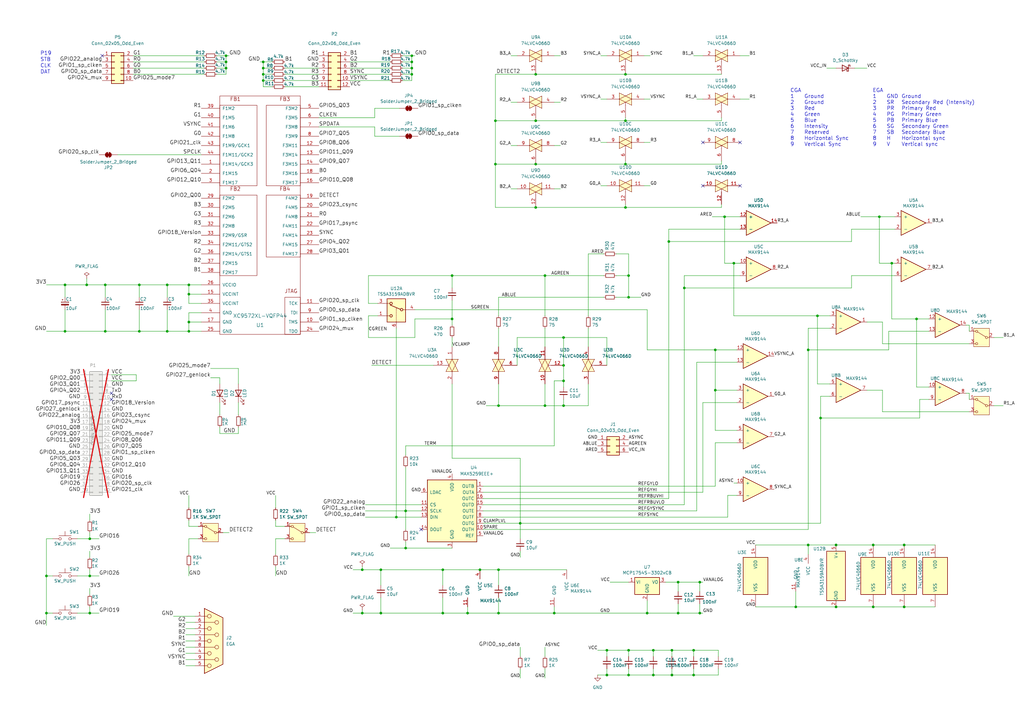
<source format=kicad_sch>
(kicad_sch
	(version 20231120)
	(generator "eeschema")
	(generator_version "8.0")
	(uuid "e267a3e0-ea93-4630-9528-f06a000f2e9c")
	(paper "A3")
	(title_block
		(title "RGBtoHDMI_Table")
		(date "2024-11-19")
		(rev "1.00")
		(company "SweProj.com")
	)
	
	(junction
		(at 257.81 276.86)
		(diameter 0)
		(color 0 0 0 0)
		(uuid "08466f51-6f8d-4689-888d-1a104d697746")
	)
	(junction
		(at 256.54 30.48)
		(diameter 0)
		(color 0 0 0 0)
		(uuid "0892b9f6-c0cd-4675-80a0-84903b0a47a1")
	)
	(junction
		(at 148.59 251.46)
		(diameter 0)
		(color 0 0 0 0)
		(uuid "08f51fae-1450-48a0-bee2-afdb6412b485")
	)
	(junction
		(at 185.42 113.03)
		(diameter 0)
		(color 0 0 0 0)
		(uuid "0a257a89-3b3c-4c45-9fb1-ff19a4636d3f")
	)
	(junction
		(at 284.48 276.86)
		(diameter 0)
		(color 0 0 0 0)
		(uuid "0cbf7e07-835d-4ea8-8a91-53f7b849b848")
	)
	(junction
		(at 358.14 223.52)
		(diameter 0)
		(color 0 0 0 0)
		(uuid "0d5c6d09-ad48-452c-8619-789d23ae899f")
	)
	(junction
		(at 331.47 223.52)
		(diameter 0)
		(color 0 0 0 0)
		(uuid "1045c969-bc20-4b99-bb93-1fed951b5109")
	)
	(junction
		(at 256.54 85.09)
		(diameter 0)
		(color 0 0 0 0)
		(uuid "1173b33a-97c1-427f-a6c2-c79cd48c0f33")
	)
	(junction
		(at 35.56 116.84)
		(diameter 0)
		(color 0 0 0 0)
		(uuid "18ba37f3-5dd5-4180-94d1-6123bdb81ff1")
	)
	(junction
		(at 168.91 22.86)
		(diameter 0)
		(color 0 0 0 0)
		(uuid "197175cb-319e-4e79-aa29-9c8faa7d89ed")
	)
	(junction
		(at 287.02 238.76)
		(diameter 0)
		(color 0 0 0 0)
		(uuid "1972d008-06a8-4918-a21b-5e2935069f06")
	)
	(junction
		(at 156.21 251.46)
		(diameter 0)
		(color 0 0 0 0)
		(uuid "1df14224-2872-49ba-a68c-453e4545b266")
	)
	(junction
		(at 166.37 224.79)
		(diameter 0)
		(color 0 0 0 0)
		(uuid "215ce181-de86-4863-a9ac-f596aa488559")
	)
	(junction
		(at 196.85 233.68)
		(diameter 0)
		(color 0 0 0 0)
		(uuid "2306e860-93ed-4588-a789-b01b5ce3fcfb")
	)
	(junction
		(at 68.58 135.89)
		(diameter 0)
		(color 0 0 0 0)
		(uuid "23856956-9c9e-4939-9e02-3780aedaa28a")
	)
	(junction
		(at 223.52 113.03)
		(diameter 0)
		(color 0 0 0 0)
		(uuid "25d5aa17-31f0-4573-b175-87b20ce9a717")
	)
	(junction
		(at 19.05 251.46)
		(diameter 0)
		(color 0 0 0 0)
		(uuid "27092ffa-7492-42d6-a32a-c0ccb19291af")
	)
	(junction
		(at 358.14 248.92)
		(diameter 0)
		(color 0 0 0 0)
		(uuid "287da58d-6982-46c0-9f3f-d14440c8da1f")
	)
	(junction
		(at 219.71 67.31)
		(diameter 0)
		(color 0 0 0 0)
		(uuid "287daa7d-d4fd-43c7-b244-6116ed7a9f8d")
	)
	(junction
		(at 162.56 212.09)
		(diameter 0)
		(color 0 0 0 0)
		(uuid "29d07dbe-1f0e-43a6-a096-a9720f39eb60")
	)
	(junction
		(at 326.39 248.92)
		(diameter 0)
		(color 0 0 0 0)
		(uuid "2ba3699c-14fb-4d34-a5cc-403675bebcf6")
	)
	(junction
		(at 297.18 88.9)
		(diameter 0)
		(color 0 0 0 0)
		(uuid "2e35109b-b4dc-464e-a005-e528d2b02126")
	)
	(junction
		(at 57.15 135.89)
		(diameter 0)
		(color 0 0 0 0)
		(uuid "31ce266b-f47f-4d6b-af04-ef3c52efc38b")
	)
	(junction
		(at 275.59 266.7)
		(diameter 0)
		(color 0 0 0 0)
		(uuid "39afa630-2714-413b-bb6d-156bc8be4345")
	)
	(junction
		(at 287.02 251.46)
		(diameter 0)
		(color 0 0 0 0)
		(uuid "3b057d9e-fa67-4236-b5b8-8a59941c90d9")
	)
	(junction
		(at 219.71 30.48)
		(diameter 0)
		(color 0 0 0 0)
		(uuid "43c7a76c-f1e8-4912-9148-b191585406d5")
	)
	(junction
		(at 257.81 121.92)
		(diameter 0)
		(color 0 0 0 0)
		(uuid "43d86964-3be3-4592-97ae-4e05b310f249")
	)
	(junction
		(at 265.43 251.46)
		(diameter 0)
		(color 0 0 0 0)
		(uuid "44f408fe-7a0c-4201-a194-277633a7011b")
	)
	(junction
		(at 92.71 27.94)
		(diameter 0)
		(color 0 0 0 0)
		(uuid "455bec65-8a84-451b-9da8-cfd5aab1fb9a")
	)
	(junction
		(at 336.55 171.45)
		(diameter 0)
		(color 0 0 0 0)
		(uuid "4a1b1b75-0e82-4db0-b339-a1987f4d1856")
	)
	(junction
		(at 267.97 276.86)
		(diameter 0)
		(color 0 0 0 0)
		(uuid "50560054-38fe-4cac-946b-ce400ab51cc7")
	)
	(junction
		(at 107.95 30.48)
		(diameter 0)
		(color 0 0 0 0)
		(uuid "53e14851-0fcc-41db-a20d-022c61e1fc7f")
	)
	(junction
		(at 77.47 116.84)
		(diameter 0)
		(color 0 0 0 0)
		(uuid "54017bde-9a3d-4bf2-ae08-f4bf27ec91f9")
	)
	(junction
		(at 36.83 251.46)
		(diameter 0)
		(color 0 0 0 0)
		(uuid "54d8a881-31d8-4301-aaf6-35843f71a8cd")
	)
	(junction
		(at 300.99 107.95)
		(diameter 0)
		(color 0 0 0 0)
		(uuid "56cbf082-26b4-441a-9a5d-b77bbb56cec8")
	)
	(junction
		(at 204.47 233.68)
		(diameter 0)
		(color 0 0 0 0)
		(uuid "56f8f6c1-83bb-42a1-96e0-3aaefdd0b922")
	)
	(junction
		(at 223.52 166.37)
		(diameter 0)
		(color 0 0 0 0)
		(uuid "5be295a4-1014-49bf-a404-156b7a68f959")
	)
	(junction
		(at 275.59 276.86)
		(diameter 0)
		(color 0 0 0 0)
		(uuid "5c008db3-dba6-4ca6-ac31-38a30e15960f")
	)
	(junction
		(at 257.81 266.7)
		(diameter 0)
		(color 0 0 0 0)
		(uuid "5fb6ab53-e813-421f-aa1e-99a24bb5a254")
	)
	(junction
		(at 219.71 85.09)
		(diameter 0)
		(color 0 0 0 0)
		(uuid "60e3e3cd-14ca-4d9a-ad97-365390aee50f")
	)
	(junction
		(at 248.92 276.86)
		(diameter 0)
		(color 0 0 0 0)
		(uuid "61df47ea-a293-4c80-9ba1-ac5291785981")
	)
	(junction
		(at 43.18 116.84)
		(diameter 0)
		(color 0 0 0 0)
		(uuid "6200830a-dfe2-46a2-b6c3-da1b0c89d0c7")
	)
	(junction
		(at 168.91 25.4)
		(diameter 0)
		(color 0 0 0 0)
		(uuid "6457c51d-31d2-4623-b833-9f814f764f53")
	)
	(junction
		(at 92.71 22.86)
		(diameter 0)
		(color 0 0 0 0)
		(uuid "688f156c-0473-4fb1-be2e-7ab1bddb345c")
	)
	(junction
		(at 342.9 223.52)
		(diameter 0)
		(color 0 0 0 0)
		(uuid "69aad6e9-e68d-49ba-bd57-439a7ceb0018")
	)
	(junction
		(at 248.92 266.7)
		(diameter 0)
		(color 0 0 0 0)
		(uuid "6a63df51-4f85-4e4e-9982-992e3f8c491f")
	)
	(junction
		(at 43.18 135.89)
		(diameter 0)
		(color 0 0 0 0)
		(uuid "6e1385d8-7cf6-4cd6-9eb0-1bc3a28e609f")
	)
	(junction
		(at 36.83 236.22)
		(diameter 0)
		(color 0 0 0 0)
		(uuid "7051e813-5879-42d8-a242-36f8b47aff43")
	)
	(junction
		(at 168.91 27.94)
		(diameter 0)
		(color 0 0 0 0)
		(uuid "7237d2f1-9d81-4f69-9ffe-a1af3a94afef")
	)
	(junction
		(at 284.48 266.7)
		(diameter 0)
		(color 0 0 0 0)
		(uuid "736a3e15-a092-4d6a-aa8a-f1fda7adc488")
	)
	(junction
		(at 77.47 135.89)
		(diameter 0)
		(color 0 0 0 0)
		(uuid "7469029f-1a86-4a2c-b4c1-9b2debaa7601")
	)
	(junction
		(at 293.37 143.51)
		(diameter 0)
		(color 0 0 0 0)
		(uuid "74dcd0b6-9cc6-4fb7-b428-a1982333e331")
	)
	(junction
		(at 256.54 49.53)
		(diameter 0)
		(color 0 0 0 0)
		(uuid "787c63cb-9f92-48df-bfe9-ab53df3516a6")
	)
	(junction
		(at 231.14 138.43)
		(diameter 0)
		(color 0 0 0 0)
		(uuid "797dc4d7-ef42-48ec-8e95-8ed6d8d3a773")
	)
	(junction
		(at 156.21 233.68)
		(diameter 0)
		(color 0 0 0 0)
		(uuid "79bb6847-53ca-4381-9de9-7e7ea209bfcd")
	)
	(junction
		(at 360.68 88.9)
		(diameter 0)
		(color 0 0 0 0)
		(uuid "7eb471bb-457c-4ee2-9c1c-e87bc12e9d3f")
	)
	(junction
		(at 278.13 238.76)
		(diameter 0)
		(color 0 0 0 0)
		(uuid "8740d8e9-7708-4887-8b5f-4ffb6883e066")
	)
	(junction
		(at 278.13 251.46)
		(diameter 0)
		(color 0 0 0 0)
		(uuid "8f299ed9-6ddf-439d-bd78-01aff139ad5b")
	)
	(junction
		(at 107.95 27.94)
		(diameter 0)
		(color 0 0 0 0)
		(uuid "92bacbc5-06ac-435d-a560-6c3dde3e2ae5")
	)
	(junction
		(at 148.59 233.68)
		(diameter 0)
		(color 0 0 0 0)
		(uuid "9302f434-cdfd-4be2-ae6e-3db23f7bb3fc")
	)
	(junction
		(at 181.61 251.46)
		(diameter 0)
		(color 0 0 0 0)
		(uuid "988466bc-1dbb-4ad9-8608-4e1f2f824b54")
	)
	(junction
		(at 280.67 118.11)
		(diameter 0)
		(color 0 0 0 0)
		(uuid "99c87e14-ffa3-46d0-ae41-841c7400fa64")
	)
	(junction
		(at 331.47 143.51)
		(diameter 0)
		(color 0 0 0 0)
		(uuid "9b12e73e-76a3-463e-8387-a65be8bb5eee")
	)
	(junction
		(at 204.47 166.37)
		(diameter 0)
		(color 0 0 0 0)
		(uuid "9d0cca93-a464-468e-b9ab-528f1006b35e")
	)
	(junction
		(at 257.81 113.03)
		(diameter 0)
		(color 0 0 0 0)
		(uuid "a0376c55-a3ce-4f18-84d1-f47f8c995f42")
	)
	(junction
		(at 365.76 107.95)
		(diameter 0)
		(color 0 0 0 0)
		(uuid "a17d0bda-7b76-4ad4-9bbd-e05b697bd4b4")
	)
	(junction
		(at 77.47 120.65)
		(diameter 0)
		(color 0 0 0 0)
		(uuid "a4115131-bb43-4bfb-bbec-d383933735d4")
	)
	(junction
		(at 203.2 67.31)
		(diameter 0)
		(color 0 0 0 0)
		(uuid "a7779c71-e58e-4696-92a2-8236a430c311")
	)
	(junction
		(at 231.14 166.37)
		(diameter 0)
		(color 0 0 0 0)
		(uuid "a7810795-71c0-4b82-b0c3-157cafcb5f7e")
	)
	(junction
		(at 370.84 223.52)
		(diameter 0)
		(color 0 0 0 0)
		(uuid "aa4dea1a-9d38-4e20-b49d-508859c8d6d0")
	)
	(junction
		(at 185.42 130.81)
		(diameter 0)
		(color 0 0 0 0)
		(uuid "ae8511e6-734b-48a3-a14f-149906b83814")
	)
	(junction
		(at 92.71 25.4)
		(diameter 0)
		(color 0 0 0 0)
		(uuid "b6486c02-8fc8-4f4c-a299-783b34428a86")
	)
	(junction
		(at 213.36 214.63)
		(diameter 0)
		(color 0 0 0 0)
		(uuid "b77d6ea3-e14f-4105-bc74-780da8e4e34f")
	)
	(junction
		(at 19.05 236.22)
		(diameter 0)
		(color 0 0 0 0)
		(uuid "bd9d28ef-92ed-478a-9448-1e514bf56d85")
	)
	(junction
		(at 219.71 49.53)
		(diameter 0)
		(color 0 0 0 0)
		(uuid "c2b6b4b5-ea85-4912-a29d-c053ca52b697")
	)
	(junction
		(at 370.84 248.92)
		(diameter 0)
		(color 0 0 0 0)
		(uuid "c4177af6-a2c9-495d-b715-01ab9fa09787")
	)
	(junction
		(at 107.95 25.4)
		(diameter 0)
		(color 0 0 0 0)
		(uuid "c601031d-bdf2-4022-bd2b-69657e07ac52")
	)
	(junction
		(at 77.47 132.08)
		(diameter 0)
		(color 0 0 0 0)
		(uuid "cb5b18c4-508e-49c0-a2e1-1b55df265727")
	)
	(junction
		(at 293.37 160.02)
		(diameter 0)
		(color 0 0 0 0)
		(uuid "cbe31d93-12ec-4604-89be-950c0425dbec")
	)
	(junction
		(at 267.97 266.7)
		(diameter 0)
		(color 0 0 0 0)
		(uuid "cbf59965-f17f-46d1-995c-54dfb4363e6d")
	)
	(junction
		(at 342.9 248.92)
		(diameter 0)
		(color 0 0 0 0)
		(uuid "d00c27e2-03a4-4f64-945e-10bbf2cc97ea")
	)
	(junction
		(at 375.92 130.81)
		(diameter 0)
		(color 0 0 0 0)
		(uuid "d06a85b6-e09d-4a03-ace6-107fef4709ec")
	)
	(junction
		(at 26.67 116.84)
		(diameter 0)
		(color 0 0 0 0)
		(uuid "d0f4ef56-25e6-4cb6-9c4e-a9d3c7399fb8")
	)
	(junction
		(at 168.91 30.48)
		(diameter 0)
		(color 0 0 0 0)
		(uuid "d7277225-81b5-45a9-945b-c7aa0a134b0f")
	)
	(junction
		(at 274.32 99.06)
		(diameter 0)
		(color 0 0 0 0)
		(uuid "dce4c137-02fe-42b7-b617-94ce00d27213")
	)
	(junction
		(at 26.67 135.89)
		(diameter 0)
		(color 0 0 0 0)
		(uuid "e4080068-bc93-4337-bd35-02dc71f07f36")
	)
	(junction
		(at 227.33 251.46)
		(diameter 0)
		(color 0 0 0 0)
		(uuid "e53d2926-c2f8-4424-8935-971c6c9e9a01")
	)
	(junction
		(at 107.95 33.02)
		(diameter 0)
		(color 0 0 0 0)
		(uuid "e6dee58d-db29-4351-9191-12ef8cd53125")
	)
	(junction
		(at 181.61 233.68)
		(diameter 0)
		(color 0 0 0 0)
		(uuid "e74cf0b8-e615-4f45-9400-faf4f6afd2f6")
	)
	(junction
		(at 68.58 116.84)
		(diameter 0)
		(color 0 0 0 0)
		(uuid "e8b209e8-ab4d-4caf-8566-cb579d01d915")
	)
	(junction
		(at 57.15 116.84)
		(diameter 0)
		(color 0 0 0 0)
		(uuid "e9f4506f-12d7-4a1b-b2ce-5169d79542c4")
	)
	(junction
		(at 256.54 67.31)
		(diameter 0)
		(color 0 0 0 0)
		(uuid "ea974294-8426-4f58-8874-38edac57f84b")
	)
	(junction
		(at 335.28 129.54)
		(diameter 0)
		(color 0 0 0 0)
		(uuid "ec27c7b6-a93b-4ae9-984c-fc6dd78d1f66")
	)
	(junction
		(at 191.77 251.46)
		(diameter 0)
		(color 0 0 0 0)
		(uuid "ed96f9c2-4295-43d3-9cd0-17b0644f4d9b")
	)
	(junction
		(at 231.14 149.86)
		(diameter 0)
		(color 0 0 0 0)
		(uuid "ee46c49c-4156-4b8c-9eea-d543cdbbe32c")
	)
	(junction
		(at 203.2 49.53)
		(diameter 0)
		(color 0 0 0 0)
		(uuid "f11b8203-5ade-4ec7-b7ce-e4436fb0a390")
	)
	(junction
		(at 231.14 156.21)
		(diameter 0)
		(color 0 0 0 0)
		(uuid "f54081da-70ee-41ad-a5c2-7b344b2109af")
	)
	(junction
		(at 36.83 220.98)
		(diameter 0)
		(color 0 0 0 0)
		(uuid "f9815645-48e6-4a9d-9873-4309d9d95242")
	)
	(junction
		(at 166.37 209.55)
		(diameter 0)
		(color 0 0 0 0)
		(uuid "fe796529-3891-41f4-b909-7a842dad3298")
	)
	(junction
		(at 204.47 251.46)
		(diameter 0)
		(color 0 0 0 0)
		(uuid "ffbfd8ff-e1d8-4565-b8e1-8f583a245362")
	)
	(no_connect
		(at 303.53 76.2)
		(uuid "315f9cfb-c32e-4d3d-a7b2-b3137deb2e5c")
	)
	(no_connect
		(at 45.72 163.83)
		(uuid "4fde805f-eca3-4e0f-87d4-7b0441ebb5eb")
	)
	(no_connect
		(at 41.91 22.86)
		(uuid "581f7dac-b824-401a-873a-fbe785a00de6")
	)
	(no_connect
		(at 172.72 217.17)
		(uuid "654dd2fb-f74e-420c-a99f-bbde444e3ee9")
	)
	(no_connect
		(at 288.29 58.42)
		(uuid "68606a9c-37b5-4bde-9921-c733f955c392")
	)
	(no_connect
		(at 45.72 161.29)
		(uuid "9b5407df-5ed3-460a-a7f8-9ba99a81e1f1")
	)
	(no_connect
		(at 288.29 76.2)
		(uuid "d6fbd5e9-f98f-4813-adad-058fdab21ade")
	)
	(no_connect
		(at 303.53 58.42)
		(uuid "e28a20fa-079d-4cdb-859f-0fd712a9cb1e")
	)
	(wire
		(pts
			(xy 246.38 76.2) (xy 248.92 76.2)
		)
		(stroke
			(width 0)
			(type default)
		)
		(uuid "003289b6-f55d-4840-85ce-20c68e796c19")
	)
	(wire
		(pts
			(xy 77.47 203.2) (xy 77.47 208.28)
		)
		(stroke
			(width 0)
			(type default)
		)
		(uuid "0051a0d1-7dd7-4cc7-ad84-61bb4ccb4a27")
	)
	(wire
		(pts
			(xy 35.56 116.84) (xy 43.18 116.84)
		)
		(stroke
			(width 0)
			(type default)
		)
		(uuid "00bdcf4c-1f27-46d8-adb5-fbcf025eb87e")
	)
	(wire
		(pts
			(xy 163.83 44.45) (xy 153.67 44.45)
		)
		(stroke
			(width 0)
			(type default)
		)
		(uuid "042476ee-5efb-43ed-a0a5-f17cd6c2e531")
	)
	(wire
		(pts
			(xy 370.84 223.52) (xy 383.54 223.52)
		)
		(stroke
			(width 0)
			(type default)
		)
		(uuid "04902c53-3202-4759-b442-118ea81b0ec7")
	)
	(wire
		(pts
			(xy 227.33 248.92) (xy 227.33 251.46)
		)
		(stroke
			(width 0)
			(type default)
		)
		(uuid "050568f5-a980-4a3e-92c0-3348a1fbee41")
	)
	(wire
		(pts
			(xy 293.37 160.02) (xy 293.37 176.53)
		)
		(stroke
			(width 0)
			(type default)
		)
		(uuid "05a54df0-087c-4c20-a7f5-43387907d39a")
	)
	(wire
		(pts
			(xy 364.49 135.89) (xy 364.49 143.51)
		)
		(stroke
			(width 0)
			(type default)
		)
		(uuid "05b3dbd2-3b59-4071-8bf0-ed5257820ae3")
	)
	(wire
		(pts
			(xy 340.36 157.48) (xy 335.28 157.48)
		)
		(stroke
			(width 0)
			(type default)
		)
		(uuid "06ca07a1-feee-4207-baab-da8511d881db")
	)
	(wire
		(pts
			(xy 213.36 214.63) (xy 336.55 214.63)
		)
		(stroke
			(width 0)
			(type default)
		)
		(uuid "06cd3228-276b-4370-a2f2-6f019d325810")
	)
	(wire
		(pts
			(xy 331.47 223.52) (xy 342.9 223.52)
		)
		(stroke
			(width 0)
			(type default)
		)
		(uuid "06ee151e-fc37-492f-abd4-333844320ea1")
	)
	(wire
		(pts
			(xy 219.71 30.48) (xy 256.54 30.48)
		)
		(stroke
			(width 0)
			(type default)
		)
		(uuid "082441ea-32ca-4d39-bda5-26bd64d00238")
	)
	(wire
		(pts
			(xy 19.05 220.98) (xy 21.59 220.98)
		)
		(stroke
			(width 0)
			(type default)
		)
		(uuid "0825f906-af70-4aec-9b0f-1b08f6c2c377")
	)
	(wire
		(pts
			(xy 361.95 168.91) (xy 397.51 168.91)
		)
		(stroke
			(width 0)
			(type default)
		)
		(uuid "08da851e-be4c-40fe-b8e6-c1b42c5315fd")
	)
	(wire
		(pts
			(xy 43.18 116.84) (xy 57.15 116.84)
		)
		(stroke
			(width 0)
			(type default)
		)
		(uuid "095148f8-6f12-456e-a3f5-ac896c5cdf5a")
	)
	(wire
		(pts
			(xy 248.92 138.43) (xy 248.92 149.86)
		)
		(stroke
			(width 0)
			(type default)
		)
		(uuid "0bc2a893-ac4c-46d6-ad81-6d7c75369d94")
	)
	(wire
		(pts
			(xy 203.2 85.09) (xy 219.71 85.09)
		)
		(stroke
			(width 0)
			(type default)
		)
		(uuid "0c299efc-a82c-4296-9992-27f5e9cc67e0")
	)
	(wire
		(pts
			(xy 355.6 132.08) (xy 361.95 132.08)
		)
		(stroke
			(width 0)
			(type default)
		)
		(uuid "0c555a5e-918d-432c-9d05-b1379eb33b35")
	)
	(wire
		(pts
			(xy 287.02 242.57) (xy 287.02 238.76)
		)
		(stroke
			(width 0)
			(type default)
		)
		(uuid "0ce6ab06-8de7-4696-af40-c17a763f3e34")
	)
	(wire
		(pts
			(xy 300.99 129.54) (xy 300.99 107.95)
		)
		(stroke
			(width 0)
			(type default)
		)
		(uuid "0dc9eb2c-240e-453e-9d04-c12ca9be7f3f")
	)
	(wire
		(pts
			(xy 293.37 176.53) (xy 302.26 176.53)
		)
		(stroke
			(width 0)
			(type default)
		)
		(uuid "0eb71e06-646e-4ef6-8bef-837a22f2e30c")
	)
	(wire
		(pts
			(xy 113.03 213.36) (xy 113.03 215.9)
		)
		(stroke
			(width 0)
			(type default)
		)
		(uuid "0f3745ff-4c6a-4e02-9e74-8a958eb1b963")
	)
	(wire
		(pts
			(xy 241.3 104.14) (xy 241.3 129.54)
		)
		(stroke
			(width 0)
			(type default)
		)
		(uuid "0fa4c4c9-38dc-4df3-a594-b65e58759a22")
	)
	(wire
		(pts
			(xy 397.51 161.29) (xy 397.51 163.83)
		)
		(stroke
			(width 0)
			(type default)
		)
		(uuid "0fb1a783-be22-43a2-ae04-4083ccbfb19b")
	)
	(wire
		(pts
			(xy 331.47 143.51) (xy 331.47 134.62)
		)
		(stroke
			(width 0)
			(type default)
		)
		(uuid "0fe21ef1-19bd-4e49-894c-b9ea3ecc4288")
	)
	(wire
		(pts
			(xy 92.71 27.94) (xy 92.71 30.48)
		)
		(stroke
			(width 0)
			(type default)
		)
		(uuid "101f0477-1d75-429a-a7d0-74b41af858ac")
	)
	(wire
		(pts
			(xy 165.1 30.48) (xy 168.91 30.48)
		)
		(stroke
			(width 0)
			(type default)
		)
		(uuid "106ff332-b156-474e-bcc0-e06974de429f")
	)
	(wire
		(pts
			(xy 97.79 157.48) (xy 97.79 151.13)
		)
		(stroke
			(width 0)
			(type default)
		)
		(uuid "10708356-2a49-4204-85e8-25b796b8edbd")
	)
	(wire
		(pts
			(xy 185.42 130.81) (xy 170.18 130.81)
		)
		(stroke
			(width 0)
			(type default)
		)
		(uuid "10ecc365-45de-4f46-8a69-6a6901cad3a3")
	)
	(wire
		(pts
			(xy 293.37 143.51) (xy 265.43 143.51)
		)
		(stroke
			(width 0)
			(type default)
		)
		(uuid "11289e50-739f-4640-aa25-a1e3b3fb1550")
	)
	(wire
		(pts
			(xy 185.42 157.48) (xy 185.42 187.96)
		)
		(stroke
			(width 0)
			(type default)
		)
		(uuid "127a8760-4864-4e6b-8b25-f7effd1ccfdc")
	)
	(wire
		(pts
			(xy 68.58 116.84) (xy 77.47 116.84)
		)
		(stroke
			(width 0)
			(type default)
		)
		(uuid "12d3648b-685a-4769-8078-48d30a73b3df")
	)
	(wire
		(pts
			(xy 349.25 113.03) (xy 349.25 118.11)
		)
		(stroke
			(width 0)
			(type default)
		)
		(uuid "134f7f7a-1c57-4f0d-b949-d9a9bac22777")
	)
	(wire
		(pts
			(xy 245.11 276.86) (xy 248.92 276.86)
		)
		(stroke
			(width 0)
			(type default)
		)
		(uuid "13cc1a4b-6043-4488-8c67-3338629214c4")
	)
	(wire
		(pts
			(xy 97.79 175.26) (xy 97.79 177.8)
		)
		(stroke
			(width 0)
			(type default)
		)
		(uuid "142bc327-e8f0-484b-9324-a63dda3fce18")
	)
	(wire
		(pts
			(xy 302.26 203.2) (xy 298.45 203.2)
		)
		(stroke
			(width 0)
			(type default)
		)
		(uuid "1516df98-d604-4fd5-a0e5-ed55a4d2c89a")
	)
	(wire
		(pts
			(xy 153.67 52.07) (xy 130.81 52.07)
		)
		(stroke
			(width 0)
			(type default)
		)
		(uuid "15828900-ab53-4faa-9f5c-df7dbe8d7237")
	)
	(wire
		(pts
			(xy 273.05 238.76) (xy 278.13 238.76)
		)
		(stroke
			(width 0)
			(type default)
		)
		(uuid "15ffdbb2-2d56-485c-b793-1b973db2d4d2")
	)
	(wire
		(pts
			(xy 231.14 163.83) (xy 231.14 166.37)
		)
		(stroke
			(width 0)
			(type default)
		)
		(uuid "16305161-3cdc-4eb1-ad92-0726fb2d464e")
	)
	(wire
		(pts
			(xy 256.54 67.31) (xy 295.91 67.31)
		)
		(stroke
			(width 0)
			(type default)
		)
		(uuid "16485486-3b57-4a19-b161-0ccefa0cf6e3")
	)
	(wire
		(pts
			(xy 36.83 243.84) (xy 36.83 241.3)
		)
		(stroke
			(width 0)
			(type default)
		)
		(uuid "16aa72b8-4655-4762-9035-dd2221d48d5a")
	)
	(wire
		(pts
			(xy 246.38 40.64) (xy 248.92 40.64)
		)
		(stroke
			(width 0)
			(type default)
		)
		(uuid "17650bcc-695e-45d1-a1ad-6a5755ddd9a3")
	)
	(wire
		(pts
			(xy 151.13 113.03) (xy 185.42 113.03)
		)
		(stroke
			(width 0)
			(type default)
		)
		(uuid "17e52c5a-2131-44a7-adf1-4d9ac5df4460")
	)
	(wire
		(pts
			(xy 227.33 59.69) (xy 229.87 59.69)
		)
		(stroke
			(width 0)
			(type default)
		)
		(uuid "19233fdd-555f-47ea-b294-f6b6f081350b")
	)
	(wire
		(pts
			(xy 19.05 251.46) (xy 19.05 256.54)
		)
		(stroke
			(width 0)
			(type default)
		)
		(uuid "1a2b3880-6c27-4fee-9d56-011c6e99ebd8")
	)
	(wire
		(pts
			(xy 204.47 134.62) (xy 204.47 142.24)
		)
		(stroke
			(width 0)
			(type default)
		)
		(uuid "1a4be32e-6a4c-4bf9-9643-b78e38b63339")
	)
	(wire
		(pts
			(xy 331.47 227.33) (xy 331.47 223.52)
		)
		(stroke
			(width 0)
			(type default)
		)
		(uuid "1b81e2de-39a8-4c44-b0b9-046bf3ab4d2d")
	)
	(wire
		(pts
			(xy 360.68 107.95) (xy 360.68 88.9)
		)
		(stroke
			(width 0)
			(type default)
		)
		(uuid "1bfe0d08-05e9-472c-be5b-1673c29faab5")
	)
	(wire
		(pts
			(xy 77.47 220.98) (xy 77.47 227.33)
		)
		(stroke
			(width 0)
			(type default)
		)
		(uuid "1d956ca0-89b7-4490-8ae0-6a15d8097652")
	)
	(wire
		(pts
			(xy 57.15 116.84) (xy 68.58 116.84)
		)
		(stroke
			(width 0)
			(type default)
		)
		(uuid "1df228a7-dd4f-4e21-8899-42bd96e06438")
	)
	(wire
		(pts
			(xy 77.47 135.89) (xy 82.55 135.89)
		)
		(stroke
			(width 0)
			(type default)
		)
		(uuid "22162f71-c0af-43af-a606-5bfa80481f68")
	)
	(wire
		(pts
			(xy 113.03 203.2) (xy 113.03 208.28)
		)
		(stroke
			(width 0)
			(type default)
		)
		(uuid "223ca61d-ad4e-4b65-a4f3-f96a30f73ce4")
	)
	(wire
		(pts
			(xy 381 130.81) (xy 375.92 130.81)
		)
		(stroke
			(width 0)
			(type default)
		)
		(uuid "2263dfd1-d710-44d4-b41e-90d2bc0f564f")
	)
	(wire
		(pts
			(xy 71.12 252.73) (xy 80.01 252.73)
		)
		(stroke
			(width 0)
			(type default)
		)
		(uuid "24c15836-9e80-489d-bd99-4a59490f386a")
	)
	(wire
		(pts
			(xy 204.47 157.48) (xy 204.47 166.37)
		)
		(stroke
			(width 0)
			(type default)
		)
		(uuid "24decd52-e441-4e98-9ac4-c3e1d587be2a")
	)
	(wire
		(pts
			(xy 76.2 260.35) (xy 80.01 260.35)
		)
		(stroke
			(width 0)
			(type default)
		)
		(uuid "257fe1fc-445c-4e04-abb0-3f9c3173437d")
	)
	(wire
		(pts
			(xy 36.83 251.46) (xy 40.64 251.46)
		)
		(stroke
			(width 0)
			(type default)
		)
		(uuid "25bad7b2-c7c2-4083-b3cd-7bf7ffb25820")
	)
	(wire
		(pts
			(xy 204.47 245.11) (xy 204.47 251.46)
		)
		(stroke
			(width 0)
			(type default)
		)
		(uuid "262114a6-935a-4a6c-ba67-38465a3b3743")
	)
	(wire
		(pts
			(xy 265.43 246.38) (xy 265.43 251.46)
		)
		(stroke
			(width 0)
			(type default)
		)
		(uuid "26463393-06f3-478a-b18c-bce95e031eb9")
	)
	(wire
		(pts
			(xy 166.37 182.88) (xy 166.37 186.69)
		)
		(stroke
			(width 0)
			(type default)
		)
		(uuid "267021b4-00cb-4e63-98b8-bfaffb3c92ae")
	)
	(wire
		(pts
			(xy 45.72 153.67) (xy 55.88 153.67)
		)
		(stroke
			(width 0)
			(type default)
		)
		(uuid "28bbdc22-870d-4ce7-bd5d-13c5bd2ebb45")
	)
	(wire
		(pts
			(xy 76.2 257.81) (xy 80.01 257.81)
		)
		(stroke
			(width 0)
			(type default)
		)
		(uuid "291da500-e793-4a5b-baea-fe59500b6ef8")
	)
	(wire
		(pts
			(xy 340.36 129.54) (xy 335.28 129.54)
		)
		(stroke
			(width 0)
			(type default)
		)
		(uuid "296215ec-ddf2-4e62-96f4-2b754f1a4008")
	)
	(wire
		(pts
			(xy 156.21 251.46) (xy 181.61 251.46)
		)
		(stroke
			(width 0)
			(type default)
		)
		(uuid "2a65ee6a-c3a0-43b4-a931-94d18f173851")
	)
	(wire
		(pts
			(xy 181.61 240.03) (xy 181.61 233.68)
		)
		(stroke
			(width 0)
			(type default)
		)
		(uuid "2b91d848-fe22-4f5d-958a-defaab59ccf1")
	)
	(wire
		(pts
			(xy 149.86 207.01) (xy 172.72 207.01)
		)
		(stroke
			(width 0)
			(type default)
		)
		(uuid "2bcac2ce-fe8b-428f-8559-7a13be1aba60")
	)
	(wire
		(pts
			(xy 358.14 223.52) (xy 370.84 223.52)
		)
		(stroke
			(width 0)
			(type default)
		)
		(uuid "2c3c1b04-82ae-40af-96ab-c75f5d5b1e86")
	)
	(wire
		(pts
			(xy 264.16 58.42) (xy 266.7 58.42)
		)
		(stroke
			(width 0)
			(type default)
		)
		(uuid "2ca998d6-e8dd-4881-a33b-780dcd936f65")
	)
	(wire
		(pts
			(xy 257.81 266.7) (xy 257.81 269.24)
		)
		(stroke
			(width 0)
			(type default)
		)
		(uuid "2d8d6882-48f9-4660-b6d8-79829500b309")
	)
	(wire
		(pts
			(xy 257.81 113.03) (xy 257.81 104.14)
		)
		(stroke
			(width 0)
			(type default)
		)
		(uuid "2d9274b4-3d56-4ab0-a44f-e67a0f4c0bef")
	)
	(wire
		(pts
			(xy 370.84 248.92) (xy 383.54 248.92)
		)
		(stroke
			(width 0)
			(type default)
		)
		(uuid "2ddc1268-edc6-4211-8856-d09100ab4356")
	)
	(wire
		(pts
			(xy 300.99 107.95) (xy 297.18 107.95)
		)
		(stroke
			(width 0)
			(type default)
		)
		(uuid "2e22b336-430d-40c1-b062-93f4f84ae4c2")
	)
	(wire
		(pts
			(xy 285.75 148.59) (xy 285.75 209.55)
		)
		(stroke
			(width 0)
			(type default)
		)
		(uuid "2e823de9-a84f-47d6-a3d3-e7a8e62697a4")
	)
	(wire
		(pts
			(xy 113.03 220.98) (xy 116.84 220.98)
		)
		(stroke
			(width 0)
			(type default)
		)
		(uuid "2f95f8c8-4208-44cf-98d6-d439ff7da525")
	)
	(wire
		(pts
			(xy 204.47 233.68) (xy 232.41 233.68)
		)
		(stroke
			(width 0)
			(type default)
		)
		(uuid "304feac9-bcab-4652-8a57-4ab94e506d28")
	)
	(wire
		(pts
			(xy 396.24 161.29) (xy 397.51 161.29)
		)
		(stroke
			(width 0)
			(type default)
		)
		(uuid "30b426fd-a075-490a-8e97-b7fc3e7e7eef")
	)
	(wire
		(pts
			(xy 377.19 163.83) (xy 381 163.83)
		)
		(stroke
			(width 0)
			(type default)
		)
		(uuid "3128dbf4-d44e-4f44-8a02-a3ea407ec895")
	)
	(wire
		(pts
			(xy 31.75 236.22) (xy 36.83 236.22)
		)
		(stroke
			(width 0)
			(type default)
		)
		(uuid "316127eb-cde1-4105-9eda-4b4606b77ff1")
	)
	(wire
		(pts
			(xy 198.12 217.17) (xy 331.47 217.17)
		)
		(stroke
			(width 0)
			(type default)
		)
		(uuid "31d1d443-ce27-4991-812b-69020674dea7")
	)
	(wire
		(pts
			(xy 163.83 55.88) (xy 153.67 55.88)
		)
		(stroke
			(width 0)
			(type default)
		)
		(uuid "324d10d8-07de-44e7-84e1-e2f2f38b87e9")
	)
	(wire
		(pts
			(xy 143.51 27.94) (xy 160.02 27.94)
		)
		(stroke
			(width 0)
			(type default)
		)
		(uuid "32c8e6bf-c1e1-410d-be26-f5352986c085")
	)
	(wire
		(pts
			(xy 168.91 27.94) (xy 168.91 25.4)
		)
		(stroke
			(width 0)
			(type default)
		)
		(uuid "33e624f4-956d-4932-ba80-7a9cc9d006a7")
	)
	(wire
		(pts
			(xy 377.19 171.45) (xy 377.19 163.83)
		)
		(stroke
			(width 0)
			(type default)
		)
		(uuid "345db3e6-90f9-428d-b137-819a373039c3")
	)
	(wire
		(pts
			(xy 82.55 120.65) (xy 77.47 120.65)
		)
		(stroke
			(width 0)
			(type default)
		)
		(uuid "3471d908-4b9d-420e-869e-9715470db6a8")
	)
	(wire
		(pts
			(xy 76.2 255.27) (xy 80.01 255.27)
		)
		(stroke
			(width 0)
			(type default)
		)
		(uuid "35b18565-7031-4a50-82dd-8380959db02d")
	)
	(wire
		(pts
			(xy 248.92 58.42) (xy 246.38 58.42)
		)
		(stroke
			(width 0)
			(type default)
		)
		(uuid "35e8c521-1654-40f2-a824-153bda4a90d8")
	)
	(wire
		(pts
			(xy 196.85 233.68) (xy 204.47 233.68)
		)
		(stroke
			(width 0)
			(type default)
		)
		(uuid "35f9fdcb-9c8c-4831-965e-5542788393ed")
	)
	(wire
		(pts
			(xy 303.53 40.64) (xy 307.34 40.64)
		)
		(stroke
			(width 0)
			(type default)
		)
		(uuid "3834d1c6-0b82-4f3e-9abb-92250734ccf5")
	)
	(wire
		(pts
			(xy 181.61 233.68) (xy 196.85 233.68)
		)
		(stroke
			(width 0)
			(type default)
		)
		(uuid "38725ad8-e0f7-43c4-a3e4-f6c0acf2aa14")
	)
	(wire
		(pts
			(xy 227.33 182.88) (xy 227.33 156.21)
		)
		(stroke
			(width 0)
			(type default)
		)
		(uuid "3948f3f8-816e-425c-86ad-f2b5d7fa2df1")
	)
	(wire
		(pts
			(xy 36.83 228.6) (xy 36.83 226.06)
		)
		(stroke
			(width 0)
			(type default)
		)
		(uuid "39638542-2158-4c89-8f5b-e07b1e1be9df")
	)
	(wire
		(pts
			(xy 19.05 236.22) (xy 21.59 236.22)
		)
		(stroke
			(width 0)
			(type default)
		)
		(uuid "39b1e68c-2ee6-4fb1-a13e-5e2c1cb8d08d")
	)
	(wire
		(pts
			(xy 107.95 35.56) (xy 111.76 35.56)
		)
		(stroke
			(width 0)
			(type default)
		)
		(uuid "3b5bc61a-213b-4e49-b2b1-88feba12c440")
	)
	(wire
		(pts
			(xy 288.29 165.1) (xy 288.29 201.93)
		)
		(stroke
			(width 0)
			(type default)
		)
		(uuid "3bb75cf1-dbd7-4851-90d5-5a33baadcb5b")
	)
	(wire
		(pts
			(xy 280.67 113.03) (xy 280.67 118.11)
		)
		(stroke
			(width 0)
			(type default)
		)
		(uuid "3ed8aa1d-39f0-4edb-9e13-a68c4806448b")
	)
	(wire
		(pts
			(xy 107.95 33.02) (xy 107.95 35.56)
		)
		(stroke
			(width 0)
			(type default)
		)
		(uuid "40050bfc-6201-4459-a92d-b0484f63eba7")
	)
	(wire
		(pts
			(xy 77.47 220.98) (xy 81.28 220.98)
		)
		(stroke
			(width 0)
			(type default)
		)
		(uuid "400fd207-5ef0-4738-85bf-7bc711a60236")
	)
	(wire
		(pts
			(xy 361.95 132.08) (xy 361.95 140.97)
		)
		(stroke
			(width 0)
			(type default)
		)
		(uuid "41519c52-9e18-4763-9c1d-bfd441a8128f")
	)
	(wire
		(pts
			(xy 185.42 123.19) (xy 185.42 130.81)
		)
		(stroke
			(width 0)
			(type default)
		)
		(uuid "418a622f-0781-4028-809e-697a07b36e37")
	)
	(wire
		(pts
			(xy 219.71 49.53) (xy 256.54 49.53)
		)
		(stroke
			(width 0)
			(type default)
		)
		(uuid "42962972-aaad-4ffa-8e36-65fa92c1b322")
	)
	(wire
		(pts
			(xy 203.2 67.31) (xy 203.2 85.09)
		)
		(stroke
			(width 0)
			(type default)
		)
		(uuid "42a678a3-64dc-4723-8029-1ab1857e69de")
	)
	(wire
		(pts
			(xy 26.67 116.84) (xy 35.56 116.84)
		)
		(stroke
			(width 0)
			(type default)
		)
		(uuid "42e98e24-8b24-4ab9-ba55-2386dedc820c")
	)
	(wire
		(pts
			(xy 185.42 130.81) (xy 185.42 133.35)
		)
		(stroke
			(width 0)
			(type default)
		)
		(uuid "431c4d9a-c66c-4d62-b6df-bb75c386cb30")
	)
	(wire
		(pts
			(xy 336.55 214.63) (xy 336.55 171.45)
		)
		(stroke
			(width 0)
			(type default)
		)
		(uuid "436b166d-cd76-4c95-95a3-f2861abc48d9")
	)
	(wire
		(pts
			(xy 267.97 276.86) (xy 275.59 276.86)
		)
		(stroke
			(width 0)
			(type default)
		)
		(uuid "43993793-3211-40fe-9321-e2242c015252")
	)
	(wire
		(pts
			(xy 367.03 107.95) (xy 365.76 107.95)
		)
		(stroke
			(width 0)
			(type default)
		)
		(uuid "43cbb749-f033-40e8-80ae-7a1b6138d140")
	)
	(wire
		(pts
			(xy 288.29 22.86) (xy 284.48 22.86)
		)
		(stroke
			(width 0)
			(type default)
		)
		(uuid "4547cb59-4dcc-4d69-9ee1-f45142bfce68")
	)
	(wire
		(pts
			(xy 77.47 116.84) (xy 77.47 120.65)
		)
		(stroke
			(width 0)
			(type default)
		)
		(uuid "456f2b39-46b3-4322-9ae0-6af20cf0454f")
	)
	(wire
		(pts
			(xy 26.67 135.89) (xy 26.67 127)
		)
		(stroke
			(width 0)
			(type default)
		)
		(uuid "45dcc510-7455-4620-aa23-f7ee48c6f571")
	)
	(wire
		(pts
			(xy 36.83 236.22) (xy 36.83 233.68)
		)
		(stroke
			(width 0)
			(type default)
		)
		(uuid "4628bd9a-4db6-4e0e-97b0-8924fc71c76f")
	)
	(wire
		(pts
			(xy 55.88 156.21) (xy 45.72 156.21)
		)
		(stroke
			(width 0)
			(type default)
		)
		(uuid "46625ebd-5787-4286-8244-8f68f4acf1a5")
	)
	(wire
		(pts
			(xy 247.65 121.92) (xy 204.47 121.92)
		)
		(stroke
			(width 0)
			(type default)
		)
		(uuid "46da5fce-ef75-48a6-bfe2-f58564d66c07")
	)
	(wire
		(pts
			(xy 295.91 49.53) (xy 256.54 49.53)
		)
		(stroke
			(width 0)
			(type default)
		)
		(uuid "483a5f2f-6cac-4f6d-8bf8-965f73c8f056")
	)
	(wire
		(pts
			(xy 231.14 166.37) (xy 241.3 166.37)
		)
		(stroke
			(width 0)
			(type default)
		)
		(uuid "48a62f7b-19c1-48c0-8091-b3127fb9855c")
	)
	(wire
		(pts
			(xy 309.88 223.52) (xy 331.47 223.52)
		)
		(stroke
			(width 0)
			(type default)
		)
		(uuid "48e70a2b-37ca-44f2-9c1c-7d549793cb52")
	)
	(wire
		(pts
			(xy 287.02 247.65) (xy 287.02 251.46)
		)
		(stroke
			(width 0)
			(type default)
		)
		(uuid "49849629-3829-4b41-8bb6-c79d76aaf4f7")
	)
	(wire
		(pts
			(xy 191.77 251.46) (xy 204.47 251.46)
		)
		(stroke
			(width 0)
			(type default)
		)
		(uuid "4a0e6b41-5677-4dcc-b1f2-750ac261f328")
	)
	(wire
		(pts
			(xy 35.56 114.3) (xy 35.56 116.84)
		)
		(stroke
			(width 0)
			(type default)
		)
		(uuid "4b0dfa2f-f9d4-46f3-8b1c-3c25d36fb9e2")
	)
	(wire
		(pts
			(xy 278.13 242.57) (xy 278.13 238.76)
		)
		(stroke
			(width 0)
			(type default)
		)
		(uuid "4beb9acb-5f17-40f2-af61-d5aae4297220")
	)
	(wire
		(pts
			(xy 168.91 22.86) (xy 170.18 22.86)
		)
		(stroke
			(width 0)
			(type default)
		)
		(uuid "4c06757a-36c2-4751-ab90-1628c1cc18f7")
	)
	(wire
		(pts
			(xy 212.09 138.43) (xy 212.09 149.86)
		)
		(stroke
			(width 0)
			(type default)
		)
		(uuid "4d0629b8-c978-410b-a941-895d2ea48b59")
	)
	(wire
		(pts
			(xy 309.88 248.92) (xy 326.39 248.92)
		)
		(stroke
			(width 0)
			(type default)
		)
		(uuid "4d67f46e-f1f8-41e9-8b0e-ea361c8150ca")
	)
	(wire
		(pts
			(xy 213.36 228.6) (xy 213.36 226.06)
		)
		(stroke
			(width 0)
			(type default)
		)
		(uuid "4dfe3d31-1903-4a03-9b6f-e447c242ef39")
	)
	(wire
		(pts
			(xy 375.92 158.75) (xy 381 158.75)
		)
		(stroke
			(width 0)
			(type default)
		)
		(uuid "4f2b259b-f3c4-4387-a891-a1661cc0f610")
	)
	(wire
		(pts
			(xy 331.47 134.62) (xy 340.36 134.62)
		)
		(stroke
			(width 0)
			(type default)
		)
		(uuid "4f31f618-92f2-4f8f-9607-f50d2f422e7c")
	)
	(wire
		(pts
			(xy 227.33 77.47) (xy 229.87 77.47)
		)
		(stroke
			(width 0)
			(type default)
		)
		(uuid "4f4f84bc-64cd-4810-b928-2712474800cb")
	)
	(wire
		(pts
			(xy 57.15 116.84) (xy 57.15 121.92)
		)
		(stroke
			(width 0)
			(type default)
		)
		(uuid "4f8f1001-688c-4ac7-9666-6f771acd9489")
	)
	(wire
		(pts
			(xy 223.52 265.43) (xy 223.52 269.24)
		)
		(stroke
			(width 0)
			(type default)
		)
		(uuid "4fb60abb-43c4-4d66-9f5f-e6e9e9cf0a06")
	)
	(wire
		(pts
			(xy 227.33 22.86) (xy 229.87 22.86)
		)
		(stroke
			(width 0)
			(type default)
		)
		(uuid "5009c025-ac4f-45ee-9878-f4bfabe72e19")
	)
	(wire
		(pts
			(xy 294.64 276.86) (xy 294.64 274.32)
		)
		(stroke
			(width 0)
			(type default)
		)
		(uuid "50af8b79-1162-4c65-9bea-f77c45c8f1f5")
	)
	(wire
		(pts
			(xy 97.79 151.13) (xy 86.36 151.13)
		)
		(stroke
			(width 0)
			(type default)
		)
		(uuid "51adbf91-3d83-4dde-978c-852e131cc84a")
	)
	(wire
		(pts
			(xy 113.03 236.22) (xy 113.03 232.41)
		)
		(stroke
			(width 0)
			(type default)
		)
		(uuid "5291ecb7-e902-4b8f-8ad7-40fe624ad424")
	)
	(wire
		(pts
			(xy 336.55 162.56) (xy 340.36 162.56)
		)
		(stroke
			(width 0)
			(type default)
		)
		(uuid "5400d33b-38b7-41af-9426-8ad36716b18a")
	)
	(wire
		(pts
			(xy 278.13 251.46) (xy 287.02 251.46)
		)
		(stroke
			(width 0)
			(type default)
		)
		(uuid "54329651-86ae-432a-9a25-978b027694ab")
	)
	(wire
		(pts
			(xy 212.09 77.47) (xy 209.55 77.47)
		)
		(stroke
			(width 0)
			(type default)
		)
		(uuid "55148ab0-43f2-45d2-9625-0acf46cb19f7")
	)
	(wire
		(pts
			(xy 326.39 242.57) (xy 326.39 248.92)
		)
		(stroke
			(width 0)
			(type default)
		)
		(uuid "5654a7d6-9fa9-4b26-a6b0-415a45317b05")
	)
	(wire
		(pts
			(xy 248.92 266.7) (xy 248.92 269.24)
		)
		(stroke
			(width 0)
			(type default)
		)
		(uuid "56691702-df12-4f31-a74f-d8c30f16310f")
	)
	(wire
		(pts
			(xy 256.54 67.31) (xy 256.54 66.04)
		)
		(stroke
			(width 0)
			(type default)
		)
		(uuid "584981e6-d2ff-4c69-b4f4-74e4ca373bb1")
	)
	(wire
		(pts
			(xy 342.9 248.92) (xy 358.14 248.92)
		)
		(stroke
			(width 0)
			(type default)
		)
		(uuid "586311f5-efed-4216-8313-bfb2355c6cc4")
	)
	(wire
		(pts
			(xy 267.97 266.7) (xy 275.59 266.7)
		)
		(stroke
			(width 0)
			(type default)
		)
		(uuid "5920e9d8-7bf5-4fca-9537-7ee7f0beb901")
	)
	(wire
		(pts
			(xy 181.61 251.46) (xy 191.77 251.46)
		)
		(stroke
			(width 0)
			(type default)
		)
		(uuid "5a1f6773-9e55-468f-9b36-2af5d95de85f")
	)
	(wire
		(pts
			(xy 303.53 22.86) (xy 307.34 22.86)
		)
		(stroke
			(width 0)
			(type default)
		)
		(uuid "5a62cb2b-db56-48c2-9eda-97e30feaacf4")
	)
	(wire
		(pts
			(xy 203.2 49.53) (xy 219.71 49.53)
		)
		(stroke
			(width 0)
			(type default)
		)
		(uuid "5b079968-d32e-40c0-bac7-e58ff5c89a92")
	)
	(wire
		(pts
			(xy 77.47 128.27) (xy 77.47 132.08)
		)
		(stroke
			(width 0)
			(type default)
		)
		(uuid "5c702d00-febd-42b0-8835-9dd996923283")
	)
	(wire
		(pts
			(xy 130.81 27.94) (xy 116.84 27.94)
		)
		(stroke
			(width 0)
			(type default)
		)
		(uuid "5cc21ac7-1b4d-4351-a9f6-d6537a2b605c")
	)
	(wire
		(pts
			(xy 335.28 129.54) (xy 300.99 129.54)
		)
		(stroke
			(width 0)
			(type default)
		)
		(uuid "5cf0b3d3-db6a-47e1-8005-622f4de9cca3")
	)
	(wire
		(pts
			(xy 198.12 201.93) (xy 288.29 201.93)
		)
		(stroke
			(width 0)
			(type default)
		)
		(uuid "5d6f7147-ea5b-453c-830f-1ea5658c6a8f")
	)
	(wire
		(pts
			(xy 54.61 30.48) (xy 83.82 30.48)
		)
		(stroke
			(width 0)
			(type default)
		)
		(uuid "5dae8d87-09fb-4435-8764-860832598bf2")
	)
	(wire
		(pts
			(xy 223.52 274.32) (xy 223.52 278.13)
		)
		(stroke
			(width 0)
			(type default)
		)
		(uuid "5e76d55d-7bd0-4e31-a306-48fe29f91a66")
	)
	(wire
		(pts
			(xy 302.26 198.12) (xy 300.99 198.12)
		)
		(stroke
			(width 0)
			(type default)
		)
		(uuid "5f202fce-36d3-4351-a003-f08838512505")
	)
	(wire
		(pts
			(xy 274.32 93.98) (xy 274.32 99.06)
		)
		(stroke
			(width 0)
			(type default)
		)
		(uuid "60fb87b7-2981-4699-aa1d-212c44827c6d")
	)
	(wire
		(pts
			(xy 113.03 215.9) (xy 116.84 215.9)
		)
		(stroke
			(width 0)
			(type default)
		)
		(uuid "61a94540-96ea-4578-8f90-cd1d79af4e4b")
	)
	(wire
		(pts
			(xy 92.71 22.86) (xy 93.98 22.86)
		)
		(stroke
			(width 0)
			(type default)
		)
		(uuid "62423813-3d65-4036-be47-5c10bc5f64e9")
	)
	(wire
		(pts
			(xy 294.64 266.7) (xy 294.64 269.24)
		)
		(stroke
			(width 0)
			(type default)
		)
		(uuid "62545342-a0bc-4568-808c-f054bb7985af")
	)
	(wire
		(pts
			(xy 355.6 160.02) (xy 361.95 160.02)
		)
		(stroke
			(width 0)
			(type default)
		)
		(uuid "62e80266-818c-4379-abdb-cbf98276daf3")
	)
	(wire
		(pts
			(xy 339.09 27.94) (xy 342.9 27.94)
		)
		(stroke
			(width 0)
			(type default)
		)
		(uuid "62f76458-caf9-4063-8a35-4d6782713774")
	)
	(wire
		(pts
			(xy 156.21 240.03) (xy 156.21 233.68)
		)
		(stroke
			(width 0)
			(type default)
		)
		(uuid "63534588-9f6b-4416-9ae2-41b01588aa7b")
	)
	(wire
		(pts
			(xy 91.44 218.44) (xy 93.98 218.44)
		)
		(stroke
			(width 0)
			(type default)
		)
		(uuid "63ec17e1-a4ab-4c7b-a082-ebe1f205181c")
	)
	(wire
		(pts
			(xy 256.54 30.48) (xy 295.91 30.48)
		)
		(stroke
			(width 0)
			(type default)
		)
		(uuid "6554655a-cf98-4295-99bd-474becf0c004")
	)
	(wire
		(pts
			(xy 349.25 118.11) (xy 280.67 118.11)
		)
		(stroke
			(width 0)
			(type default)
		)
		(uuid "66660bee-8fe4-47d5-9b69-8b99cf6a982d")
	)
	(wire
		(pts
			(xy 275.59 276.86) (xy 275.59 274.32)
		)
		(stroke
			(width 0)
			(type default)
		)
		(uuid "670ef102-610e-4764-8c91-48a944573a0e")
	)
	(wire
		(pts
			(xy 284.48 266.7) (xy 284.48 269.24)
		)
		(stroke
			(width 0)
			(type default)
		)
		(uuid "672f79ed-ccd9-41d3-8a2f-fa7eadab3a14")
	)
	(wire
		(pts
			(xy 349.25 99.06) (xy 274.32 99.06)
		)
		(stroke
			(width 0)
			(type default)
		)
		(uuid "6764aa6f-fc5f-4c57-9f22-86a155fa7a9b")
	)
	(wire
		(pts
			(xy 36.83 236.22) (xy 40.64 236.22)
		)
		(stroke
			(width 0)
			(type default)
		)
		(uuid "67714424-a37b-425e-948b-b5624724a011")
	)
	(wire
		(pts
			(xy 130.81 35.56) (xy 116.84 35.56)
		)
		(stroke
			(width 0)
			(type default)
		)
		(uuid "68a64150-5fba-4f57-8f16-308fdbeb0e77")
	)
	(wire
		(pts
			(xy 223.52 166.37) (xy 223.52 157.48)
		)
		(stroke
			(width 0)
			(type default)
		)
		(uuid "695ef340-b2ef-482b-a298-debd7d8ca0cd")
	)
	(wire
		(pts
			(xy 168.91 33.02) (xy 168.91 30.48)
		)
		(stroke
			(width 0)
			(type default)
		)
		(uuid "6aef20f3-cd0e-4f6f-8fc6-54a11cbb99bc")
	)
	(wire
		(pts
			(xy 113.03 220.98) (xy 113.03 227.33)
		)
		(stroke
			(width 0)
			(type default)
		)
		(uuid "6b2d2914-c957-4f67-9c0b-acd03dee3c09")
	)
	(wire
		(pts
			(xy 107.95 30.48) (xy 111.76 30.48)
		)
		(stroke
			(width 0)
			(type default)
		)
		(uuid "6b4c8785-8537-4136-94f4-629de343db68")
	)
	(wire
		(pts
			(xy 36.83 251.46) (xy 36.83 248.92)
		)
		(stroke
			(width 0)
			(type default)
		)
		(uuid "6c071aad-1974-4204-ab0f-94244988d7b8")
	)
	(wire
		(pts
			(xy 213.36 265.43) (xy 213.36 269.24)
		)
		(stroke
			(width 0)
			(type default)
		)
		(uuid "6c507cbe-a39b-4c7c-ad88-5066155bc83f")
	)
	(wire
		(pts
			(xy 168.91 25.4) (xy 168.91 22.86)
		)
		(stroke
			(width 0)
			(type default)
		)
		(uuid "6c92c9d7-296a-430d-a091-eb6301e0a22f")
	)
	(wire
		(pts
			(xy 148.59 233.68) (xy 156.21 233.68)
		)
		(stroke
			(width 0)
			(type default)
		)
		(uuid "6ccc6460-ce08-4131-9f91-e895c93672f9")
	)
	(wire
		(pts
			(xy 295.91 48.26) (xy 295.91 49.53)
		)
		(stroke
			(width 0)
			(type default)
		)
		(uuid "6ce23fcb-3df6-44d1-a768-0af1ba8285e2")
	)
	(wire
		(pts
			(xy 342.9 223.52) (xy 358.14 223.52)
		)
		(stroke
			(width 0)
			(type default)
		)
		(uuid "6df56c1a-e134-4122-aeff-c37e4748c663")
	)
	(wire
		(pts
			(xy 203.2 49.53) (xy 203.2 67.31)
		)
		(stroke
			(width 0)
			(type default)
		)
		(uuid "6e26b669-f858-4e70-a5e5-9a4196c71686")
	)
	(wire
		(pts
			(xy 275.59 266.7) (xy 275.59 269.24)
		)
		(stroke
			(width 0)
			(type default)
		)
		(uuid "700e29a8-4f06-477a-bbf6-d00eb1ba9620")
	)
	(wire
		(pts
			(xy 250.19 238.76) (xy 257.81 238.76)
		)
		(stroke
			(width 0)
			(type default)
		)
		(uuid "7150da0c-c2a7-4aea-ba2b-9d7f36ed9733")
	)
	(wire
		(pts
			(xy 36.83 220.98) (xy 36.83 218.44)
		)
		(stroke
			(width 0)
			(type default)
		)
		(uuid "7181d48c-9ead-421a-ae3f-043c82ea79cb")
	)
	(wire
		(pts
			(xy 198.12 207.01) (xy 280.67 207.01)
		)
		(stroke
			(width 0)
			(type default)
		)
		(uuid "71d6b039-8f91-4b35-9149-b0eea0c75d01")
	)
	(wire
		(pts
			(xy 165.1 25.4) (xy 168.91 25.4)
		)
		(stroke
			(width 0)
			(type default)
		)
		(uuid "730f73f3-6597-4ab6-a8ac-ffa0485ea8e3")
	)
	(wire
		(pts
			(xy 152.4 149.86) (xy 177.8 149.86)
		)
		(stroke
			(width 0)
			(type default)
		)
		(uuid "7375b9a0-f949-4321-920a-7d57a8b1916a")
	)
	(wire
		(pts
			(xy 166.37 217.17) (xy 166.37 209.55)
		)
		(stroke
			(width 0)
			(type default)
		)
		(uuid "73ab75ed-dbe7-44d4-8014-f4572d5989c2")
	)
	(wire
		(pts
			(xy 26.67 135.89) (xy 43.18 135.89)
		)
		(stroke
			(width 0)
			(type default)
		)
		(uuid "73cf85d4-4d3d-44b8-9a5a-60a55b31a16f")
	)
	(wire
		(pts
			(xy 257.81 266.7) (xy 267.97 266.7)
		)
		(stroke
			(width 0)
			(type default)
		)
		(uuid "74c79a3a-d9c5-434b-b5c0-33fc4b17bf44")
	)
	(wire
		(pts
			(xy 336.55 171.45) (xy 336.55 162.56)
		)
		(stroke
			(width 0)
			(type default)
		)
		(uuid "74f5305a-ab43-4fd6-9d41-384bfc4d8867")
	)
	(wire
		(pts
			(xy 204.47 121.92) (xy 204.47 129.54)
		)
		(stroke
			(width 0)
			(type default)
		)
		(uuid "751a90ad-f8a4-4130-bbc8-d55d3bc3e852")
	)
	(wire
		(pts
			(xy 107.95 25.4) (xy 111.76 25.4)
		)
		(stroke
			(width 0)
			(type default)
		)
		(uuid "7596b8db-60c3-4813-baab-c941b2605dde")
	)
	(wire
		(pts
			(xy 90.17 165.1) (xy 90.17 170.18)
		)
		(stroke
			(width 0)
			(type default)
		)
		(uuid "75b1cb52-737e-49ab-a5e6-55d25f9c03f0")
	)
	(wire
		(pts
			(xy 82.55 63.5) (xy 48.26 63.5)
		)
		(stroke
			(width 0)
			(type default)
		)
		(uuid "7608f3af-4a48-406e-a988-4b4f3e3496f4")
	)
	(wire
		(pts
			(xy 293.37 181.61) (xy 293.37 199.39)
		)
		(stroke
			(width 0)
			(type default)
		)
		(uuid "76692835-4b7b-4daf-9d82-31ed7b3ee6a7")
	)
	(wire
		(pts
			(xy 298.45 203.2) (xy 298.45 212.09)
		)
		(stroke
			(width 0)
			(type default)
		)
		(uuid "7902fb55-533b-4a4a-b282-c9ec80b3469a")
	)
	(wire
		(pts
			(xy 68.58 135.89) (xy 68.58 127)
		)
		(stroke
			(width 0)
			(type default)
		)
		(uuid "7a1a46a3-d610-414c-bdf4-686d2c041e6e")
	)
	(wire
		(pts
			(xy 231.14 149.86) (xy 231.14 138.43)
		)
		(stroke
			(width 0)
			(type default)
		)
		(uuid "7ab69c79-7d6c-4139-9464-48c739033bb1")
	)
	(wire
		(pts
			(xy 107.95 25.4) (xy 107.95 27.94)
		)
		(stroke
			(width 0)
			(type default)
		)
		(uuid "7caa4707-c75b-4dba-a68a-991b3bfba571")
	)
	(wire
		(pts
			(xy 267.97 266.7) (xy 267.97 269.24)
		)
		(stroke
			(width 0)
			(type default)
		)
		(uuid "7cbe0ff6-a828-4b8f-bfee-3fe1a9ffd087")
	)
	(wire
		(pts
			(xy 257.81 104.14) (xy 252.73 104.14)
		)
		(stroke
			(width 0)
			(type default)
		)
		(uuid "7d994647-7074-429e-a72f-61ab2476176e")
	)
	(wire
		(pts
			(xy 156.21 245.11) (xy 156.21 251.46)
		)
		(stroke
			(width 0)
			(type default)
		)
		(uuid "7df6ac24-f703-4bef-b3d2-6d02c6e36d54")
	)
	(wire
		(pts
			(xy 170.18 130.81) (xy 170.18 138.43)
		)
		(stroke
			(width 0)
			(type default)
		)
		(uuid "7edd9767-46bb-443c-8e49-0399a4b5256c")
	)
	(wire
		(pts
			(xy 252.73 121.92) (xy 257.81 121.92)
		)
		(stroke
			(width 0)
			(type default)
		)
		(uuid "7fa768c8-7bc2-489a-871b-eacd2187d66a")
	)
	(wire
		(pts
			(xy 185.42 187.96) (xy 213.36 187.96)
		)
		(stroke
			(width 0)
			(type default)
		)
		(uuid "812bfca9-d6fd-439a-92f0-14a6465a9a65")
	)
	(wire
		(pts
			(xy 57.15 135.89) (xy 68.58 135.89)
		)
		(stroke
			(width 0)
			(type default)
		)
		(uuid "8161fd34-c42d-42ed-b051-88a0354e4387")
	)
	(wire
		(pts
			(xy 77.47 132.08) (xy 77.47 135.89)
		)
		(stroke
			(width 0)
			(type default)
		)
		(uuid "83c8e2e8-2a31-4261-a3a0-efdc5be23614")
	)
	(wire
		(pts
			(xy 375.92 130.81) (xy 375.92 158.75)
		)
		(stroke
			(width 0)
			(type default)
		)
		(uuid "84123cf9-f49b-4a8c-8794-d4af3609ed4f")
	)
	(wire
		(pts
			(xy 349.25 93.98) (xy 349.25 99.06)
		)
		(stroke
			(width 0)
			(type default)
		)
		(uuid "8446113f-e9d4-4681-b3e5-4c982fa8b6fd")
	)
	(wire
		(pts
			(xy 231.14 158.75) (xy 231.14 156.21)
		)
		(stroke
			(width 0)
			(type default)
		)
		(uuid "84b44493-e046-409f-b014-35f79b33c9e5")
	)
	(wire
		(pts
			(xy 43.18 135.89) (xy 57.15 135.89)
		)
		(stroke
			(width 0)
			(type default)
		)
		(uuid "84bedd94-810f-42dd-bae5-5fc1be261b27")
	)
	(wire
		(pts
			(xy 92.71 22.86) (xy 92.71 25.4)
		)
		(stroke
			(width 0)
			(type default)
		)
		(uuid "850b2ee9-aea0-4438-80c2-5f8f817a469d")
	)
	(wire
		(pts
			(xy 297.18 88.9) (xy 303.53 88.9)
		)
		(stroke
			(width 0)
			(type default)
		)
		(uuid "852d003b-3ab1-413a-96be-20fb0de6286d")
	)
	(wire
		(pts
			(xy 223.52 113.03) (xy 223.52 129.54)
		)
		(stroke
			(width 0)
			(type default)
		)
		(uuid "857dbd86-e454-468c-ba83-f83c336fce3b")
	)
	(wire
		(pts
			(xy 264.16 22.86) (xy 266.7 22.86)
		)
		(stroke
			(width 0)
			(type default)
		)
		(uuid "86fbffc6-712b-4d80-9ed3-ef01b06246a7")
	)
	(wire
		(pts
			(xy 284.48 276.86) (xy 284.48 274.32)
		)
		(stroke
			(width 0)
			(type default)
		)
		(uuid "88486311-ecf1-432c-ac25-3cbffa612ef9")
	)
	(wire
		(pts
			(xy 127 218.44) (xy 129.54 218.44)
		)
		(stroke
			(width 0)
			(type default)
		)
		(uuid "885ddd4a-ada6-492a-8a9b-608442c8f9df")
	)
	(wire
		(pts
			(xy 204.47 240.03) (xy 204.47 233.68)
		)
		(stroke
			(width 0)
			(type default)
		)
		(uuid "892fe710-931a-4314-826b-cec32a6e15d9")
	)
	(wire
		(pts
			(xy 247.65 104.14) (xy 241.3 104.14)
		)
		(stroke
			(width 0)
			(type default)
		)
		(uuid "8b97fa45-3a5e-4b91-b551-6828b2c7fcdb")
	)
	(wire
		(pts
			(xy 97.79 177.8) (xy 90.17 177.8)
		)
		(stroke
			(width 0)
			(type default)
		)
		(uuid "8d1945fe-08fd-44df-b156-b2ca7eee4b02")
	)
	(wire
		(pts
			(xy 153.67 44.45) (xy 153.67 48.26)
		)
		(stroke
			(width 0)
			(type default)
		)
		(uuid "8d1bd9e1-57fb-44e2-ae0a-87473ea1b52c")
	)
	(wire
		(pts
			(xy 77.47 236.22) (xy 77.47 232.41)
		)
		(stroke
			(width 0)
			(type default)
		)
		(uuid "8e8e5600-795f-4567-ae34-aa2bddad801f")
	)
	(wire
		(pts
			(xy 106.68 25.4) (xy 107.95 25.4)
		)
		(stroke
			(width 0)
			(type default)
		)
		(uuid "900f5b4b-0f9a-4f7a-8e6f-293442cf6c7a")
	)
	(wire
		(pts
			(xy 130.81 33.02) (xy 116.84 33.02)
		)
		(stroke
			(width 0)
			(type default)
		)
		(uuid "906958b1-10e1-4498-8c4e-d276a66d3ae5")
	)
	(wire
		(pts
			(xy 203.2 30.48) (xy 203.2 49.53)
		)
		(stroke
			(width 0)
			(type default)
		)
		(uuid "90cebb4c-42b4-4b32-a49a-6249619488f7")
	)
	(wire
		(pts
			(xy 31.75 251.46) (xy 36.83 251.46)
		)
		(stroke
			(width 0)
			(type default)
		)
		(uuid "90f91b56-b2d3-4756-97f1-c848009a96ad")
	)
	(wire
		(pts
			(xy 248.92 276.86) (xy 257.81 276.86)
		)
		(stroke
			(width 0)
			(type default)
		)
		(uuid "914dcf6c-2ec5-4a8a-87f8-5c6b2df2a7af")
	)
	(wire
		(pts
			(xy 350.52 27.94) (xy 355.6 27.94)
		)
		(stroke
			(width 0)
			(type default)
		)
		(uuid "92daaf54-8c34-4286-9132-1318f8b7b693")
	)
	(wire
		(pts
			(xy 213.36 274.32) (xy 213.36 278.13)
		)
		(stroke
			(width 0)
			(type default)
		)
		(uuid "932fac75-db77-4bae-a955-a53e045f726a")
	)
	(wire
		(pts
			(xy 245.11 266.7) (xy 248.92 266.7)
		)
		(stroke
			(width 0)
			(type default)
		)
		(uuid "9381d188-ed19-4756-a0b6-511a5fa4aa36")
	)
	(wire
		(pts
			(xy 295.91 67.31) (xy 295.91 66.04)
		)
		(stroke
			(width 0)
			(type default)
		)
		(uuid "946d4c6f-ca12-43bb-80d6-9209e40da6c2")
	)
	(wire
		(pts
			(xy 264.16 76.2) (xy 266.7 76.2)
		)
		(stroke
			(width 0)
			(type default)
		)
		(uuid "94970d9f-cae7-41e7-972b-53f865fbfb99")
	)
	(wire
		(pts
			(xy 248.92 276.86) (xy 248.92 274.32)
		)
		(stroke
			(width 0)
			(type default)
		)
		(uuid "95970cad-739f-4c68-a4fa-f049d6f9128c")
	)
	(wire
		(pts
			(xy 257.81 121.92) (xy 257.81 113.03)
		)
		(stroke
			(width 0)
			(type default)
		)
		(uuid "975a04fe-29a6-49aa-8e0d-0147f09f6bfd")
	)
	(wire
		(pts
			(xy 246.38 22.86) (xy 248.92 22.86)
		)
		(stroke
			(width 0)
			(type default)
		)
		(uuid "9819f220-addb-41bd-956b-e92bdb8c7b0e")
	)
	(wire
		(pts
			(xy 151.13 124.46) (xy 151.13 113.03)
		)
		(stroke
			(width 0)
			(type default)
		)
		(uuid "983a4038-8397-45e0-89d9-3064209d867e")
	)
	(wire
		(pts
			(xy 172.72 209.55) (xy 166.37 209.55)
		)
		(stroke
			(width 0)
			(type default)
		)
		(uuid "9a466c85-2117-4f7b-9393-8e36484bf4fe")
	)
	(wire
		(pts
			(xy 287.02 251.46) (xy 288.29 251.46)
		)
		(stroke
			(width 0)
			(type default)
		)
		(uuid "9a8aa346-820e-4cef-8fa1-0c213a4a1758")
	)
	(wire
		(pts
			(xy 90.17 177.8) (xy 90.17 175.26)
		)
		(stroke
			(width 0)
			(type default)
		)
		(uuid "9af783cc-b17c-481d-860f-aac88d6572ec")
	)
	(wire
		(pts
			(xy 88.9 25.4) (xy 92.71 25.4)
		)
		(stroke
			(width 0)
			(type default)
		)
		(uuid "9b018c76-3ac7-459c-8cda-0c1889266c84")
	)
	(wire
		(pts
			(xy 223.52 134.62) (xy 223.52 142.24)
		)
		(stroke
			(width 0)
			(type default)
		)
		(uuid "9b73117f-9fb1-4339-99f9-7cd6f187f069")
	)
	(wire
		(pts
			(xy 212.09 138.43) (xy 231.14 138.43)
		)
		(stroke
			(width 0)
			(type default)
		)
		(uuid "9bdc3d76-6330-4212-b847-bf02b8047a66")
	)
	(wire
		(pts
			(xy 165.1 27.94) (xy 168.91 27.94)
		)
		(stroke
			(width 0)
			(type default)
		)
		(uuid "9ca66bef-066d-47fb-82fb-bd85f86b2827")
	)
	(wire
		(pts
			(xy 185.42 142.24) (xy 185.42 138.43)
		)
		(stroke
			(width 0)
			(type default)
		)
		(uuid "9cb8f29b-403b-483e-ae2f-35511836b07d")
	)
	(wire
		(pts
			(xy 297.18 107.95) (xy 297.18 88.9)
		)
		(stroke
			(width 0)
			(type default)
		)
		(uuid "9ccf80b7-98dc-42bd-9b32-709dea2cbbf1")
	)
	(wire
		(pts
			(xy 353.06 88.9) (xy 360.68 88.9)
		)
		(stroke
			(width 0)
			(type default)
		)
		(uuid "9ec0de68-2dcd-42fe-a2d1-c73492887191")
	)
	(wire
		(pts
			(xy 26.67 116.84) (xy 19.05 116.84)
		)
		(stroke
			(width 0)
			(type default)
		)
		(uuid "9f9821b0-0f46-4528-9154-d55257f71fa1")
	)
	(wire
		(pts
			(xy 262.89 121.92) (xy 257.81 121.92)
		)
		(stroke
			(width 0)
			(type default)
		)
		(uuid "9fa95695-ae2c-4a32-a89c-0fd9e40969e0")
	)
	(wire
		(pts
			(xy 212.09 59.69) (xy 209.55 59.69)
		)
		(stroke
			(width 0)
			(type default)
		)
		(uuid "9ff1bf42-4342-487b-976a-443a628b4746")
	)
	(wire
		(pts
			(xy 26.67 135.89) (xy 19.05 135.89)
		)
		(stroke
			(width 0)
			(type default)
		)
		(uuid "a17ec746-53ac-4e8f-9940-be1dad598745")
	)
	(wire
		(pts
			(xy 149.86 209.55) (xy 166.37 209.55)
		)
		(stroke
			(width 0)
			(type default)
		)
		(uuid "a1a93116-5902-4921-9911-cbdc83fd1d24")
	)
	(wire
		(pts
			(xy 143.51 30.48) (xy 160.02 30.48)
		)
		(stroke
			(width 0)
			(type default)
		)
		(uuid "a2597c2b-7ad0-4591-8d31-3a1a67e2df2b")
	)
	(wire
		(pts
			(xy 198.12 214.63) (xy 213.36 214.63)
		)
		(stroke
			(width 0)
			(type default)
		)
		(uuid "a291ca71-74fa-4e4a-be9d-1b1e861a226d")
	)
	(wire
		(pts
			(xy 265.43 127) (xy 170.18 127)
		)
		(stroke
			(width 0)
			(type default)
		)
		(uuid "a3bf96f7-c722-480a-9b1f-11144dd8126c")
	)
	(wire
		(pts
			(xy 227.33 41.91) (xy 229.87 41.91)
		)
		(stroke
			(width 0)
			(type default)
		)
		(uuid "a47ac43c-ed41-4cc1-8e18-59df153c7c27")
	)
	(wire
		(pts
			(xy 227.33 156.21) (xy 231.14 156.21)
		)
		(stroke
			(width 0)
			(type default)
		)
		(uuid "a6b07fc6-a790-4c61-998a-624c7e535991")
	)
	(wire
		(pts
			(xy 149.86 212.09) (xy 162.56 212.09)
		)
		(stroke
			(width 0)
			(type default)
		)
		(uuid "a7f09ec5-96b8-473a-84f3-a339b35621b2")
	)
	(wire
		(pts
			(xy 288.29 165.1) (xy 302.26 165.1)
		)
		(stroke
			(width 0)
			(type default)
		)
		(uuid "a9dad24d-aca2-41f8-9fb2-6428ff1b1dc7")
	)
	(wire
		(pts
			(xy 365.76 130.81) (xy 365.76 107.95)
		)
		(stroke
			(width 0)
			(type default)
		)
		(uuid "aaece996-4cfa-4fef-9ef4-a3c6c59d2d41")
	)
	(wire
		(pts
			(xy 185.42 118.11) (xy 185.42 113.03)
		)
		(stroke
			(width 0)
			(type default)
		)
		(uuid "aafada3f-6e10-4649-8b21-a96f2151f0b2")
	)
	(wire
		(pts
			(xy 143.51 33.02) (xy 160.02 33.02)
		)
		(stroke
			(width 0)
			(type default)
		)
		(uuid "ab1b0347-05a3-48a1-a5cf-cd6d293ca57f")
	)
	(wire
		(pts
			(xy 168.91 30.48) (xy 168.91 27.94)
		)
		(stroke
			(width 0)
			(type default)
		)
		(uuid "ab1de2f9-b1a1-46f4-96f1-f75f6f1861cd")
	)
	(wire
		(pts
			(xy 285.75 40.64) (xy 288.29 40.64)
		)
		(stroke
			(width 0)
			(type default)
		)
		(uuid "ab93ddf2-34ff-44a4-bf03-c31961729f81")
	)
	(wire
		(pts
			(xy 365.76 107.95) (xy 360.68 107.95)
		)
		(stroke
			(width 0)
			(type default)
		)
		(uuid "abfbe56d-9d9c-4689-9820-d9170aba38f4")
	)
	(wire
		(pts
			(xy 358.14 248.92) (xy 370.84 248.92)
		)
		(stroke
			(width 0)
			(type default)
		)
		(uuid "ac6f0bc3-fbed-477f-ba8d-b3c91f9299c1")
	)
	(wire
		(pts
			(xy 77.47 132.08) (xy 82.55 132.08)
		)
		(stroke
			(width 0)
			(type default)
		)
		(uuid "aceac6ad-4a46-499a-a541-fd24010388f7")
	)
	(wire
		(pts
			(xy 223.52 166.37) (xy 231.14 166.37)
		)
		(stroke
			(width 0)
			(type default)
		)
		(uuid "ae4f0f7b-ba10-4b49-88ef-a4fc51eebe5a")
	)
	(wire
		(pts
			(xy 349.25 93.98) (xy 367.03 93.98)
		)
		(stroke
			(width 0)
			(type default)
		)
		(uuid "af6c1f1d-507b-4040-8235-07ca5bed68ae")
	)
	(wire
		(pts
			(xy 148.59 251.46) (xy 156.21 251.46)
		)
		(stroke
			(width 0)
			(type default)
		)
		(uuid "b02fed7d-b5ef-49f9-bba9-535a8c9c5ec1")
	)
	(wire
		(pts
			(xy 248.92 266.7) (xy 257.81 266.7)
		)
		(stroke
			(width 0)
			(type default)
		)
		(uuid "b0eb5183-86f4-4f70-86b8-ab02d5d8777f")
	)
	(wire
		(pts
			(xy 26.67 116.84) (xy 26.67 121.92)
		)
		(stroke
			(width 0)
			(type default)
		)
		(uuid "b193018c-1ca6-464e-ab0c-da0310442345")
	)
	(wire
		(pts
			(xy 287.02 238.76) (xy 288.29 238.76)
		)
		(stroke
			(width 0)
			(type default)
		)
		(uuid "b1f10c6c-f9d2-485d-949b-98b3487f4411")
	)
	(wire
		(pts
			(xy 267.97 276.86) (xy 267.97 274.32)
		)
		(stroke
			(width 0)
			(type default)
		)
		(uuid "b284e6b8-6841-46ec-a95b-12d0b8d69a04")
	)
	(wire
		(pts
			(xy 204.47 166.37) (xy 199.39 166.37)
		)
		(stroke
			(width 0)
			(type default)
		)
		(uuid "b2c1ba0c-6df7-458d-afeb-420354dadd64")
	)
	(wire
		(pts
			(xy 397.51 133.35) (xy 397.51 135.89)
		)
		(stroke
			(width 0)
			(type default)
		)
		(uuid "b368b5d7-397c-48d7-90cc-9c6a8a660764")
	)
	(wire
		(pts
			(xy 361.95 160.02) (xy 361.95 168.91)
		)
		(stroke
			(width 0)
			(type default)
		)
		(uuid "b4687087-411e-41af-a3cf-b6e257cff408")
	)
	(wire
		(pts
			(xy 97.79 165.1) (xy 97.79 170.18)
		)
		(stroke
			(width 0)
			(type default)
		)
		(uuid "b5f63f08-20a2-4db9-90b9-21ac6def9f58")
	)
	(wire
		(pts
			(xy 54.61 22.86) (xy 83.82 22.86)
		)
		(stroke
			(width 0)
			(type default)
		)
		(uuid "b622a5ea-9cc1-4e18-b420-ba4006f04655")
	)
	(wire
		(pts
			(xy 247.65 113.03) (xy 223.52 113.03)
		)
		(stroke
			(width 0)
			(type default)
		)
		(uuid "b6f74668-a9ee-47fc-95d2-ac2651fe8cb7")
	)
	(wire
		(pts
			(xy 162.56 212.09) (xy 172.72 212.09)
		)
		(stroke
			(width 0)
			(type default)
		)
		(uuid "b6ff18fe-b679-45b2-a1a3-6937fc4012bd")
	)
	(wire
		(pts
			(xy 265.43 251.46) (xy 278.13 251.46)
		)
		(stroke
			(width 0)
			(type default)
		)
		(uuid "b7d28860-c715-4b97-8bbe-4750c731855c")
	)
	(wire
		(pts
			(xy 298.45 212.09) (xy 198.12 212.09)
		)
		(stroke
			(width 0)
			(type default)
		)
		(uuid "b81fb3ad-b5b9-45bf-9a2b-70b77f519108")
	)
	(wire
		(pts
			(xy 166.37 182.88) (xy 227.33 182.88)
		)
		(stroke
			(width 0)
			(type default)
		)
		(uuid "b8d68ee9-f0c4-4b5b-9e82-4d9683ef3ce2")
	)
	(wire
		(pts
			(xy 274.32 93.98) (xy 303.53 93.98)
		)
		(stroke
			(width 0)
			(type default)
		)
		(uuid "b9e6402e-314d-482a-8e01-f1c2d14a9edd")
	)
	(wire
		(pts
			(xy 68.58 116.84) (xy 68.58 121.92)
		)
		(stroke
			(width 0)
			(type default)
		)
		(uuid "baa34f93-d57f-44f6-82a9-162dd5f3fcaa")
	)
	(wire
		(pts
			(xy 275.59 266.7) (xy 284.48 266.7)
		)
		(stroke
			(width 0)
			(type default)
		)
		(uuid "bad2fc14-ca81-4f43-a5c6-6ee361d6617f")
	)
	(wire
		(pts
			(xy 154.94 124.46) (xy 151.13 124.46)
		)
		(stroke
			(width 0)
			(type default)
		)
		(uuid "bc2a8b1d-b3bc-4b3d-a34c-de18c542678a")
	)
	(wire
		(pts
			(xy 284.48 276.86) (xy 294.64 276.86)
		)
		(stroke
			(width 0)
			(type default)
		)
		(uuid "bc67879d-d311-493a-b201-bacbdade6c48")
	)
	(wire
		(pts
			(xy 144.78 233.68) (xy 148.59 233.68)
		)
		(stroke
			(width 0)
			(type default)
		)
		(uuid "bca0f6fe-e541-4ce6-bcd7-d84ba6fb5feb")
	)
	(wire
		(pts
			(xy 107.95 30.48) (xy 107.95 33.02)
		)
		(stroke
			(width 0)
			(type default)
		)
		(uuid "bccb3133-d36c-46c8-bd1f-540db5b8505e")
	)
	(wire
		(pts
			(xy 185.42 113.03) (xy 223.52 113.03)
		)
		(stroke
			(width 0)
			(type default)
		)
		(uuid "bdf72517-952c-4170-8427-5e8ab6fa14ed")
	)
	(wire
		(pts
			(xy 19.05 220.98) (xy 19.05 236.22)
		)
		(stroke
			(width 0)
			(type default)
		)
		(uuid "be5624e6-9935-4ac4-9f93-8a1a8b8a7e7f")
	)
	(wire
		(pts
			(xy 198.12 204.47) (xy 274.32 204.47)
		)
		(stroke
			(width 0)
			(type default)
		)
		(uuid "bf1129d9-fc84-4df1-9432-9b38d691c3e1")
	)
	(wire
		(pts
			(xy 219.71 67.31) (xy 256.54 67.31)
		)
		(stroke
			(width 0)
			(type default)
		)
		(uuid "bfab4ea4-5da7-454d-b554-8da9ee195a46")
	)
	(wire
		(pts
			(xy 54.61 25.4) (xy 83.82 25.4)
		)
		(stroke
			(width 0)
			(type default)
		)
		(uuid "bfe30dad-544c-4662-922e-7c2ad7ea0602")
	)
	(wire
		(pts
			(xy 162.56 134.62) (xy 162.56 212.09)
		)
		(stroke
			(width 0)
			(type default)
		)
		(uuid "c01c76d6-ec7f-40da-bc8c-35ce503ee02e")
	)
	(wire
		(pts
			(xy 361.95 140.97) (xy 397.51 140.97)
		)
		(stroke
			(width 0)
			(type default)
		)
		(uuid "c1ad26ce-26ad-4a4b-bb4f-89fa8aca18dc")
	)
	(wire
		(pts
			(xy 76.2 265.43) (xy 80.01 265.43)
		)
		(stroke
			(width 0)
			(type default)
		)
		(uuid "c2131be0-6bb8-493f-8939-c0d99d45b167")
	)
	(wire
		(pts
			(xy 297.18 88.9) (xy 292.1 88.9)
		)
		(stroke
			(width 0)
			(type default)
		)
		(uuid "c27aca5b-6c59-4621-9ad2-83e4462938d3")
	)
	(wire
		(pts
			(xy 77.47 116.84) (xy 82.55 116.84)
		)
		(stroke
			(width 0)
			(type default)
		)
		(uuid "c31e55f7-b37a-4a91-bdcc-db7454f67105")
	)
	(wire
		(pts
			(xy 107.95 27.94) (xy 111.76 27.94)
		)
		(stroke
			(width 0)
			(type default)
		)
		(uuid "c4e055ee-aeb4-43ef-945d-4dd39ff3dafc")
	)
	(wire
		(pts
			(xy 278.13 238.76) (xy 287.02 238.76)
		)
		(stroke
			(width 0)
			(type default)
		)
		(uuid "c4f51595-abf4-4263-88ef-cd21baddcf0e")
	)
	(wire
		(pts
			(xy 19.05 251.46) (xy 21.59 251.46)
		)
		(stroke
			(width 0)
			(type default)
		)
		(uuid "c6f71f3d-989f-46f0-9968-0294531f1262")
	)
	(wire
		(pts
			(xy 160.02 224.79) (xy 166.37 224.79)
		)
		(stroke
			(width 0)
			(type default)
		)
		(uuid "c6fefeba-be95-4ae8-8540-921f6ca60ff1")
	)
	(wire
		(pts
			(xy 130.81 30.48) (xy 116.84 30.48)
		)
		(stroke
			(width 0)
			(type default)
		)
		(uuid "c753767e-008a-4d2f-aed8-762c0ac94e10")
	)
	(wire
		(pts
			(xy 77.47 215.9) (xy 81.28 215.9)
		)
		(stroke
			(width 0)
			(type default)
		)
		(uuid "c7f30f48-771e-428f-ace6-ef2b71b098ed")
	)
	(wire
		(pts
			(xy 43.18 116.84) (xy 43.18 121.92)
		)
		(stroke
			(width 0)
			(type default)
		)
		(uuid "c8695f93-71aa-467f-8de5-ab99013a5760")
	)
	(wire
		(pts
			(xy 302.26 143.51) (xy 293.37 143.51)
		)
		(stroke
			(width 0)
			(type default)
		)
		(uuid "c90c408d-d943-4e97-823c-704d9beb3900")
	)
	(wire
		(pts
			(xy 256.54 85.09) (xy 256.54 83.82)
		)
		(stroke
			(width 0)
			(type default)
		)
		(uuid "caa68f77-cf74-46f6-b722-9788b194bcbd")
	)
	(wire
		(pts
			(xy 76.2 262.89) (xy 80.01 262.89)
		)
		(stroke
			(width 0)
			(type default)
		)
		(uuid "cbb0480a-bd4b-4fb5-8c2e-8c97838db382")
	)
	(wire
		(pts
			(xy 151.13 129.54) (xy 154.94 129.54)
		)
		(stroke
			(width 0)
			(type default)
		)
		(uuid "cbf9b298-1df2-4bf1-82aa-cd09aa818d35")
	)
	(wire
		(pts
			(xy 107.95 27.94) (xy 107.95 30.48)
		)
		(stroke
			(width 0)
			(type default)
		)
		(uuid "ce867b05-0614-4842-83cc-f32f94ec189d")
	)
	(wire
		(pts
			(xy 43.18 135.89) (xy 43.18 127)
		)
		(stroke
			(width 0)
			(type default)
		)
		(uuid "cebe8b93-04f2-4213-a042-eff826056eef")
	)
	(wire
		(pts
			(xy 256.54 49.53) (xy 256.54 48.26)
		)
		(stroke
			(width 0)
			(type default)
		)
		(uuid "cf2e8758-7a73-49ba-bb09-40bee2070540")
	)
	(wire
		(pts
			(xy 170.18 138.43) (xy 151.13 138.43)
		)
		(stroke
			(width 0)
			(type default)
		)
		(uuid "cf620e71-5c48-48a6-ba05-b8f397cb3ecf")
	)
	(wire
		(pts
			(xy 198.12 199.39) (xy 293.37 199.39)
		)
		(stroke
			(width 0)
			(type default)
		)
		(uuid "d00d6ff9-9349-44e2-959c-8c238e41837e")
	)
	(wire
		(pts
			(xy 153.67 55.88) (xy 153.67 52.07)
		)
		(stroke
			(width 0)
			(type default)
		)
		(uuid "d078551f-3437-4ca4-ac83-ddbe0b37bd19")
	)
	(wire
		(pts
			(xy 151.13 138.43) (xy 151.13 129.54)
		)
		(stroke
			(width 0)
			(type default)
		)
		(uuid "d11c1f5b-cffd-46ef-a601-4d0fa3842d84")
	)
	(wire
		(pts
			(xy 231.14 156.21) (xy 231.14 149.86)
		)
		(stroke
			(width 0)
			(type default)
		)
		(uuid "d22ef3ba-b3d8-45c2-81d8-a33975be991f")
	)
	(wire
		(pts
			(xy 31.75 220.98) (xy 36.83 220.98)
		)
		(stroke
			(width 0)
			(type default)
		)
		(uuid "d232eeeb-14d6-4ee1-aed6-f8489992eafb")
	)
	(wire
		(pts
			(xy 76.2 273.05) (xy 80.01 273.05)
		)
		(stroke
			(width 0)
			(type default)
		)
		(uuid "d4ffa4f3-9055-4f38-bded-53f6d916128f")
	)
	(wire
		(pts
			(xy 88.9 27.94) (xy 92.71 27.94)
		)
		(stroke
			(width 0)
			(type default)
		)
		(uuid "d67a4d15-ef63-42d6-ab9a-5bd19c1b6a73")
	)
	(wire
		(pts
			(xy 166.37 222.25) (xy 166.37 224.79)
		)
		(stroke
			(width 0)
			(type default)
		)
		(uuid "d68ecc61-f301-4f64-8f32-2e0a55222655")
	)
	(wire
		(pts
			(xy 213.36 187.96) (xy 213.36 214.63)
		)
		(stroke
			(width 0)
			(type default)
		)
		(uuid "d71c7870-484b-4479-977a-de1814eacfe8")
	)
	(wire
		(pts
			(xy 257.81 276.86) (xy 257.81 274.32)
		)
		(stroke
			(width 0)
			(type default)
		)
		(uuid "d7322d76-72bc-4902-a67d-ee8f56747681")
	)
	(wire
		(pts
			(xy 156.21 233.68) (xy 181.61 233.68)
		)
		(stroke
			(width 0)
			(type default)
		)
		(uuid "d7338269-5083-4a37-998e-eb5926d5d609")
	)
	(wire
		(pts
			(xy 303.53 107.95) (xy 300.99 107.95)
		)
		(stroke
			(width 0)
			(type default)
		)
		(uuid "d75ec235-640e-412d-978a-efefabb9bb42")
	)
	(wire
		(pts
			(xy 36.83 220.98) (xy 40.64 220.98)
		)
		(stroke
			(width 0)
			(type default)
		)
		(uuid "d7fefc13-64d3-48b0-aa49-84464e10bb4d")
	)
	(wire
		(pts
			(xy 326.39 248.92) (xy 342.9 248.92)
		)
		(stroke
			(width 0)
			(type default)
		)
		(uuid "d8c325da-a446-447a-9b54-e0e1f9c4076f")
	)
	(wire
		(pts
			(xy 360.68 88.9) (xy 367.03 88.9)
		)
		(stroke
			(width 0)
			(type default)
		)
		(uuid "d8e1c5f6-2d02-4ef0-9cd1-ef02ed845126")
	)
	(wire
		(pts
			(xy 68.58 135.89) (xy 77.47 135.89)
		)
		(stroke
			(width 0)
			(type default)
		)
		(uuid "d8fcd691-b2d3-41dc-8232-88db7e1eecb3")
	)
	(wire
		(pts
			(xy 219.71 30.48) (xy 203.2 30.48)
		)
		(stroke
			(width 0)
			(type default)
		)
		(uuid "d924582d-3e08-4b85-b878-141bafbcc780")
	)
	(wire
		(pts
			(xy 256.54 85.09) (xy 295.91 85.09)
		)
		(stroke
			(width 0)
			(type default)
		)
		(uuid "da3d0607-2ef8-4d57-9f07-9685137589b0")
	)
	(wire
		(pts
			(xy 381 135.89) (xy 364.49 135.89)
		)
		(stroke
			(width 0)
			(type default)
		)
		(uuid "da6b688a-0bac-4e9a-826f-51a9c1709aa7")
	)
	(wire
		(pts
			(xy 181.61 245.11) (xy 181.61 251.46)
		)
		(stroke
			(width 0)
			(type default)
		)
		(uuid "da767f5c-29c9-46be-9475-8880faf54bf0")
	)
	(wire
		(pts
			(xy 55.88 153.67) (xy 55.88 156.21)
		)
		(stroke
			(width 0)
			(type default)
		)
		(uuid "daf88e3f-3bde-47f4-9ff1-8a579fa0131b")
	)
	(wire
		(pts
			(xy 82.55 128.27) (xy 77.47 128.27)
		)
		(stroke
			(width 0)
			(type default)
		)
		(uuid "db020137-f7de-4f22-955a-d9281686da02")
	)
	(wire
		(pts
			(xy 257.81 276.86) (xy 267.97 276.86)
		)
		(stroke
			(width 0)
			(type default)
		)
		(uuid "db9fb23b-94c8-40d6-83a3-1d30d7bf5edc")
	)
	(wire
		(pts
			(xy 209.55 41.91) (xy 212.09 41.91)
		)
		(stroke
			(width 0)
			(type default)
		)
		(uuid "dc5a9164-7acf-4c27-bb31-8ea3c4a35229")
	)
	(wire
		(pts
			(xy 77.47 213.36) (xy 77.47 215.9)
		)
		(stroke
			(width 0)
			(type default)
		)
		(uuid "dc7ee4f4-abb1-412a-8a94-01422c807285")
	)
	(wire
		(pts
			(xy 198.12 209.55) (xy 285.75 209.55)
		)
		(stroke
			(width 0)
			(type default)
		)
		(uuid "dd53a779-bc28-4e5f-a6cf-f65731271d29")
	)
	(wire
		(pts
			(xy 143.51 25.4) (xy 160.02 25.4)
		)
		(stroke
			(width 0)
			(type default)
		)
		(uuid "dd88197d-90bb-45a3-8da1-522a0fc6c96c")
	)
	(wire
		(pts
			(xy 204.47 251.46) (xy 227.33 251.46)
		)
		(stroke
			(width 0)
			(type default)
		)
		(uuid "de87c1ee-263e-45fe-b792-bec3bd5f02f2")
	)
	(wire
		(pts
			(xy 148.59 250.19) (xy 148.59 251.46)
		)
		(stroke
			(width 0)
			(type default)
		)
		(uuid "df0be268-e9e1-41ea-8a17-68dd3497c230")
	)
	(wire
		(pts
			(xy 396.24 133.35) (xy 397.51 133.35)
		)
		(stroke
			(width 0)
			(type default)
		)
		(uuid "df7359a0-620c-4fb1-9eeb-ec70dd2d8cfa")
	)
	(wire
		(pts
			(xy 77.47 120.65) (xy 77.47 124.46)
		)
		(stroke
			(width 0)
			(type default)
		)
		(uuid "dfe3d787-bca5-4705-9d79-a1e3973a2f1e")
	)
	(wire
		(pts
			(xy 165.1 33.02) (xy 168.91 33.02)
		)
		(stroke
			(width 0)
			(type default)
		)
		(uuid "e0b2d346-f82f-4c74-9a9f-7a19655297e2")
	)
	(wire
		(pts
			(xy 241.3 166.37) (xy 241.3 157.48)
		)
		(stroke
			(width 0)
			(type default)
		)
		(uuid "e1002eb2-5ca1-41db-9f09-709fe72b4f4d")
	)
	(wire
		(pts
			(xy 293.37 160.02) (xy 293.37 143.51)
		)
		(stroke
			(width 0)
			(type default)
		)
		(uuid "e37d06c0-23d5-4ec4-a87a-f8b8c70a903f")
	)
	(wire
		(pts
			(xy 107.95 33.02) (xy 111.76 33.02)
		)
		(stroke
			(width 0)
			(type default)
		)
		(uuid "e3b82659-46d6-4b35-89a1-09ebc1e228e5")
	)
	(wire
		(pts
			(xy 77.47 124.46) (xy 82.55 124.46)
		)
		(stroke
			(width 0)
			(type default)
		)
		(uuid "e422778d-0f34-485e-af00-ab9622aab30a")
	)
	(wire
		(pts
			(xy 54.61 27.94) (xy 83.82 27.94)
		)
		(stroke
			(width 0)
			(type default)
		)
		(uuid "e452f57b-8e60-4e4d-ad0f-66e45545f03f")
	)
	(wire
		(pts
			(xy 302.26 181.61) (xy 293.37 181.61)
		)
		(stroke
			(width 0)
			(type default)
		)
		(uuid "e471025e-0e8a-4d9d-a750-b6781bdec2e8")
	)
	(wire
		(pts
			(xy 19.05 236.22) (xy 19.05 251.46)
		)
		(stroke
			(width 0)
			(type default)
		)
		(uuid "e4ee0964-f675-43a8-98bc-d91a2ab14fd1")
	)
	(wire
		(pts
			(xy 241.3 134.62) (xy 241.3 142.24)
		)
		(stroke
			(width 0)
			(type default)
		)
		(uuid "e5652b1f-b3f6-4a48-bee1-7c00f255a8c9")
	)
	(wire
		(pts
			(xy 231.14 138.43) (xy 248.92 138.43)
		)
		(stroke
			(width 0)
			(type default)
		)
		(uuid "e583525b-ce61-4609-8180-5b5e0ed58dd8")
	)
	(wire
		(pts
			(xy 375.92 130.81) (xy 365.76 130.81)
		)
		(stroke
			(width 0)
			(type default)
		)
		(uuid "e5aa8c84-f1da-4153-9657-801598d4fb86")
	)
	(wire
		(pts
			(xy 407.67 166.37) (xy 411.48 166.37)
		)
		(stroke
			(width 0)
			(type default)
		)
		(uuid "e5eefe6e-069c-4221-99d6-1ef93560b94c")
	)
	(wire
		(pts
			(xy 209.55 22.86) (xy 212.09 22.86)
		)
		(stroke
			(width 0)
			(type default)
		)
		(uuid "e6cbf04b-6776-4f94-857a-aa6555327a6e")
	)
	(wire
		(pts
			(xy 191.77 248.92) (xy 191.77 251.46)
		)
		(stroke
			(width 0)
			(type default)
		)
		(uuid "e6cc55f9-a6ab-4707-942b-0d5324dd32fd")
	)
	(wire
		(pts
			(xy 227.33 251.46) (xy 265.43 251.46)
		)
		(stroke
			(width 0)
			(type default)
		)
		(uuid "e70bbd05-94df-4888-b454-3a507d29eaad")
	)
	(wire
		(pts
			(xy 90.17 157.48) (xy 90.17 154.94)
		)
		(stroke
			(width 0)
			(type default)
		)
		(uuid "e75ea93c-884c-43b2-8064-7268d99dc6d0")
	)
	(wire
		(pts
			(xy 275.59 276.86) (xy 284.48 276.86)
		)
		(stroke
			(width 0)
			(type default)
		)
		(uuid "e7aa5fbd-a663-4487-ad58-c19a7f7353ef")
	)
	(wire
		(pts
			(xy 331.47 217.17) (xy 331.47 143.51)
		)
		(stroke
			(width 0)
			(type default)
		)
		(uuid "e8441dac-8ee1-4d43-9bbe-341274ebda0c")
	)
	(wire
		(pts
			(xy 280.67 113.03) (xy 303.53 113.03)
		)
		(stroke
			(width 0)
			(type default)
		)
		(uuid "e90be0f7-0fba-437a-85f7-eac01b99267e")
	)
	(wire
		(pts
			(xy 335.28 157.48) (xy 335.28 129.54)
		)
		(stroke
			(width 0)
			(type default)
		)
		(uuid "e9ddeee3-06c5-4eec-9c0b-098bc1a9edca")
	)
	(wire
		(pts
			(xy 153.67 48.26) (xy 130.81 48.26)
		)
		(stroke
			(width 0)
			(type default)
		)
		(uuid "ea8c926f-670f-4dee-89ce-543743af943a")
	)
	(wire
		(pts
			(xy 213.36 220.98) (xy 213.36 214.63)
		)
		(stroke
			(width 0)
			(type default)
		)
		(uuid "eae9b7e0-15b1-4739-a90a-780962bb6ca9")
	)
	(wire
		(pts
			(xy 92.71 25.4) (xy 92.71 27.94)
		)
		(stroke
			(width 0)
			(type default)
		)
		(uuid "eb3e0e2d-0843-422f-a293-0ad614d96287")
	)
	(wire
		(pts
			(xy 295.91 85.09) (xy 295.91 83.82)
		)
		(stroke
			(width 0)
			(type default)
		)
		(uuid "eba87fee-0983-4c79-a0b7-e39a3eaf481d")
	)
	(wire
		(pts
			(xy 252.73 113.03) (xy 257.81 113.03)
		)
		(stroke
			(width 0)
			(type default)
		)
		(uuid "ebaa58de-05b6-4479-9a90-04d823a6d219")
	)
	(wire
		(pts
			(xy 285.75 148.59) (xy 302.26 148.59)
		)
		(stroke
			(width 0)
			(type default)
		)
		(uuid "ed3bf025-7c43-4869-993e-d21153f84ad3")
	)
	(wire
		(pts
			(xy 166.37 209.55) (xy 166.37 191.77)
		)
		(stroke
			(width 0)
			(type default)
		)
		(uuid "ee0286a2-9ef0-409a-9d7e-b19a9a9e700e")
	)
	(wire
		(pts
			(xy 336.55 171.45) (xy 377.19 171.45)
		)
		(stroke
			(width 0)
			(type default)
		)
		(uuid "ee4be8e9-0805-4ff9-bda2-20d24d7a268b")
	)
	(wire
		(pts
			(xy 278.13 247.65) (xy 278.13 251.46)
		)
		(stroke
			(width 0)
			(type default)
		)
		(uuid "ee4ed038-6e59-41d1-9d74-a8a70eeb77d9")
	)
	(wire
		(pts
			(xy 219.71 85.09) (xy 256.54 85.09)
		)
		(stroke
			(width 0)
			(type default)
		)
		(uuid "f03ea990-0c36-4f7f-a4c9-24bb37ea4f3d")
	)
	(wire
		(pts
			(xy 88.9 22.86) (xy 92.71 22.86)
		)
		(stroke
			(width 0)
			(type default)
		)
		(uuid "f09ce8f7-767a-49e8-8dcf-cfd21d6e7966")
	)
	(wire
		(pts
			(xy 76.2 270.51) (xy 80.01 270.51)
		)
		(stroke
			(width 0)
			(type default)
		)
		(uuid "f0fab98b-2d9c-4c6e-b9d1-5ef2b8390ce0")
	)
	(wire
		(pts
			(xy 364.49 143.51) (xy 331.47 143.51)
		)
		(stroke
			(width 0)
			(type default)
		)
		(uuid "f172e33f-72c3-4d0a-9fc3-a436cb60d30b")
	)
	(wire
		(pts
			(xy 165.1 22.86) (xy 168.91 22.86)
		)
		(stroke
			(width 0)
			(type default)
		)
		(uuid "f365b9cb-7270-4151-994b-bc83ce752093")
	)
	(wire
		(pts
			(xy 280.67 118.11) (xy 280.67 207.01)
		)
		(stroke
			(width 0)
			(type default)
		)
		(uuid "f3d03b68-a3ba-4a36-bb6a-3bfb5a0b386a")
	)
	(wire
		(pts
			(xy 274.32 99.06) (xy 274.32 204.47)
		)
		(stroke
			(width 0)
			(type default)
		)
		(uuid "f3ef7034-11f3-4cfc-b1ee-3e7c4e491a3b")
	)
	(wire
		(pts
			(xy 76.2 267.97) (xy 80.01 267.97)
		)
		(stroke
			(width 0)
			(type default)
		)
		(uuid "f48ecd14-aa11-469f-93c1-98cdb13f2e78")
	)
	(wire
		(pts
			(xy 407.67 138.43) (xy 411.48 138.43)
		)
		(stroke
			(width 0)
			(type default)
		)
		(uuid "f62b218c-0fd3-42ec-a435-d5c777d0bf1a")
	)
	(wire
		(pts
			(xy 148.59 232.41) (xy 148.59 233.68)
		)
		(stroke
			(width 0)
			(type default)
		)
		(uuid "f71e459c-4421-4c96-84b2-6821c0b785ff")
	)
	(wire
		(pts
			(xy 90.17 154.94) (xy 86.36 154.94)
		)
		(stroke
			(width 0)
			(type default)
		)
		(uuid "f7461db2-0a4d-4fb7-ad1c-fbb4ee6d957a")
	)
	(wire
		(pts
			(xy 36.83 213.36) (xy 36.83 210.82)
		)
		(stroke
			(width 0)
			(type default)
		)
		(uuid "f790e5ff-2708-4f8c-84f7-8c28bae27b25")
	)
	(wire
		(pts
			(xy 204.47 166.37) (xy 223.52 166.37)
		)
		(stroke
			(width 0)
			(type default)
		)
		(uuid "f8259d1f-d220-42ab-b6a3-3b029632e1da")
	)
	(wire
		(pts
			(xy 144.78 251.46) (xy 148.59 251.46)
		)
		(stroke
			(width 0)
			(type default)
		)
		(uuid "f94b95e4-c0ac-435e-a262-bc51e808be26")
	)
	(wire
		(pts
			(xy 349.25 113.03) (xy 367.03 113.03)
		)
		(stroke
			(width 0)
			(type default)
		)
		(uuid "f99da6e7-8eb8-4a5d-a9e1-ad85edf3e2cf")
	)
	(wire
		(pts
			(xy 88.9 30.48) (xy 92.71 30.48)
		)
		(stroke
			(width 0)
			(type default)
		)
		(uuid "fa90ebbd-7501-41e9-83fc-5d91517f631a")
	)
	(wire
		(pts
			(xy 264.16 40.64) (xy 266.7 40.64)
		)
		(stroke
			(width 0)
			(type default)
		)
		(uuid "faf6dac2-9e37-431e-8014-6792258c786f")
	)
	(wire
		(pts
			(xy 203.2 67.31) (xy 219.71 67.31)
		)
		(stroke
			(width 0)
			(type default)
		)
		(uuid "fb2e8175-85d6-4e60-a469-0f394ccee98e")
	)
	(wire
		(pts
			(xy 284.48 266.7) (xy 294.64 266.7)
		)
		(stroke
			(width 0)
			(type default)
		)
		(uuid "fbdf4060-d9dc-4807-9b63-c325d7926cb0")
	)
	(wire
		(pts
			(xy 57.15 135.89) (xy 57.15 127)
		)
		(stroke
			(width 0)
			(type default)
		)
		(uuid "fbe6d778-325f-447b-8615-94de1571ae0d")
	)
	(wire
		(pts
			(xy 265.43 127) (xy 265.43 143.51)
		)
		(stroke
			(width 0)
			(type default)
		)
		(uuid "fcd97872-2c72-4fb2-b2b5-be8b9123e397")
	)
	(wire
		(pts
			(xy 185.42 224.79) (xy 166.37 224.79)
		)
		(stroke
			(width 0)
			(type default)
		)
		(uuid "fddd284f-117a-457b-895d-3fdb28c6a2d5")
	)
	(wire
		(pts
			(xy 293.37 160.02) (xy 302.26 160.02)
		)
		(stroke
			(width 0)
			(type default)
		)
		(uuid "fe0ab3c2-5a0d-4028-8664-909e3fb6aaf8")
	)
	(text "EGA\n1	GND	Ground	\n2	SR	Secondary Red (Intensity)	\n3	PR	Primary Red	\n4	PG	Primary Green	\n5	PB	Primary Blue	\n6	SG	Secondary Green \n7	SB	Secondary Blue \n8	H	Horizontal sync	\n9	V	Vertical sync	"
		(exclude_from_sim no)
		(at 357.886 48.26 0)
		(effects
			(font
				(size 1.524 1.524)
			)
			(justify left)
		)
		(uuid "2e3261f2-b152-4728-8e8f-95e8fc928460")
	)
	(text "STB"
		(exclude_from_sim no)
		(at 16.51 25.4 0)
		(effects
			(font
				(size 1.524 1.524)
			)
			(justify left bottom)
		)
		(uuid "5c71f9ce-1b54-4608-893a-1efc6075c439")
	)
	(text "P19\n"
		(exclude_from_sim no)
		(at 16.51 22.86 0)
		(effects
			(font
				(size 1.524 1.524)
			)
			(justify left bottom)
		)
		(uuid "5db9e378-fa59-4f1e-a75a-38fe24f45f4d")
	)
	(text "DAT"
		(exclude_from_sim no)
		(at 16.51 30.48 0)
		(effects
			(font
				(size 1.524 1.524)
			)
			(justify left bottom)
		)
		(uuid "78d78eff-3dba-4c7e-95e4-766adecab1d1")
	)
	(text "CLK"
		(exclude_from_sim no)
		(at 16.51 27.94 0)
		(effects
			(font
				(size 1.524 1.524)
			)
			(justify left bottom)
		)
		(uuid "85b0f7f1-ea24-4db6-b677-0b195742846b")
	)
	(text "CGA\n1	Ground\n2	Ground\n3	Red\n4	Green\n5	Blue\n6	Intensity\n7	Reserved\n8	Horizontal Sync\n9	Vertical Sync\n"
		(exclude_from_sim no)
		(at 324.104 48.26 0)
		(effects
			(font
				(size 1.524 1.524)
			)
			(justify left)
		)
		(uuid "cb442db8-e5e5-4994-9b9c-0c4c8d64ac48")
	)
	(label "GPIO12_Q10"
		(at 82.55 74.93 180)
		(fields_autoplaced yes)
		(effects
			(font
				(size 1.524 1.524)
			)
			(justify right bottom)
		)
		(uuid "01e00cf7-6063-466e-b7aa-dbe0d253f44d")
	)
	(label "SYNC"
		(at 266.7 22.86 0)
		(fields_autoplaced yes)
		(effects
			(font
				(size 1.27 1.27)
			)
			(justify left bottom)
		)
		(uuid "0594ae0a-4adc-43c8-907b-3b2da9e63306")
	)
	(label "VCC_IN"
		(at 257.81 185.42 0)
		(fields_autoplaced yes)
		(effects
			(font
				(size 1.27 1.27)
			)
			(justify left bottom)
		)
		(uuid "06ff1eee-f731-4eb0-9005-44034346a0cc")
	)
	(label "GPIO0_sp_data"
		(at 33.02 186.69 180)
		(fields_autoplaced yes)
		(effects
			(font
				(size 1.524 1.524)
			)
			(justify right bottom)
		)
		(uuid "086255d3-43b4-436e-8fec-51eb725cf74c")
	)
	(label "RxD"
		(at 45.72 163.83 0)
		(fields_autoplaced yes)
		(effects
			(font
				(size 1.524 1.524)
			)
			(justify left bottom)
		)
		(uuid "08f6886d-c675-427b-abc0-d635451e515d")
	)
	(label "ARED"
		(at 292.1 88.9 180)
		(fields_autoplaced yes)
		(effects
			(font
				(size 1.27 1.27)
			)
			(justify right bottom)
		)
		(uuid "093936df-62ec-4cd1-b9d2-546fc67f7ac7")
	)
	(label "SGREEN"
		(at 200.66 127 180)
		(fields_autoplaced yes)
		(effects
			(font
				(size 1.27 1.27)
			)
			(justify right bottom)
		)
		(uuid "096ffc2d-d73b-4a92-a58a-8033dbad7bc8")
	)
	(label "GND"
		(at 172.72 201.93 180)
		(fields_autoplaced yes)
		(effects
			(font
				(size 1.27 1.27)
			)
			(justify right bottom)
		)
		(uuid "09990f66-50fd-4bc1-a6d7-eb269901fd41")
	)
	(label "GND"
		(at 106.68 25.4 180)
		(fields_autoplaced yes)
		(effects
			(font
				(size 1.524 1.524)
			)
			(justify right bottom)
		)
		(uuid "09f34716-4369-4009-8e17-c3776bab5620")
	)
	(label "B1"
		(at 307.34 22.86 0)
		(fields_autoplaced yes)
		(effects
			(font
				(size 1.27 1.27)
			)
			(justify left bottom)
		)
		(uuid "0a7b1e3b-4107-4fe0-8667-bfda4eac9155")
	)
	(label "3V3"
		(at 33.02 173.99 180)
		(fields_autoplaced yes)
		(effects
			(font
				(size 1.524 1.524)
			)
			(justify right bottom)
		)
		(uuid "0bda3ac9-2baf-45c8-a7b7-53c73185b831")
	)
	(label "VSYNC"
		(at 143.51 33.02 0)
		(fields_autoplaced yes)
		(effects
			(font
				(size 1.524 1.524)
			)
			(justify left bottom)
		)
		(uuid "0d84844b-a6c3-4497-b93c-fcd47fb9dcf8")
	)
	(label "R1"
		(at 307.34 40.64 0)
		(fields_autoplaced yes)
		(effects
			(font
				(size 1.27 1.27)
			)
			(justify left bottom)
		)
		(uuid "0ebc6a09-1426-4e49-80ba-e4aa2ade6829")
	)
	(label "SYNC"
		(at 130.81 96.52 0)
		(fields_autoplaced yes)
		(effects
			(font
				(size 1.524 1.524)
			)
			(justify left bottom)
		)
		(uuid "12669cdf-df29-4a59-bb81-9f304c47c055")
	)
	(label "ASYNC"
		(at 257.81 180.34 0)
		(fields_autoplaced yes)
		(effects
			(font
				(size 1.27 1.27)
			)
			(justify left bottom)
		)
		(uuid "164da989-411b-4c17-aee5-7cb701095823")
	)
	(label "G0"
		(at 54.61 27.94 0)
		(fields_autoplaced yes)
		(effects
			(font
				(size 1.524 1.524)
			)
			(justify left bottom)
		)
		(uuid "18a3a026-8a08-4fd8-82ca-2689ee7c9761")
	)
	(label "G1"
		(at 54.61 22.86 0)
		(fields_autoplaced yes)
		(effects
			(font
				(size 1.524 1.524)
			)
			(justify left bottom)
		)
		(uuid "18eb2dc3-712a-4104-be4f-5d8559760415")
	)
	(label "GPIO7_Q05"
		(at 130.81 55.88 0)
		(fields_autoplaced yes)
		(effects
			(font
				(size 1.524 1.524)
			)
			(justify left bottom)
		)
		(uuid "196898ae-c85d-4100-860b-5999437dafd8")
	)
	(label "VCC"
		(at 77.47 203.2 180)
		(fields_autoplaced yes)
		(effects
			(font
				(size 1.27 1.27)
			)
			(justify right bottom)
		)
		(uuid "1b6b758c-0213-463c-80f3-ef3260cb1d61")
	)
	(label "G2"
		(at 229.87 59.69 0)
		(fields_autoplaced yes)
		(effects
			(font
				(size 1.27 1.27)
			)
			(justify left bottom)
		)
		(uuid "1b76deab-f483-4b52-84c0-d32fe2229f1c")
	)
	(label "GPIO5_Q03"
		(at 33.02 189.23 180)
		(fields_autoplaced yes)
		(effects
			(font
				(size 1.524 1.524)
			)
			(justify right bottom)
		)
		(uuid "1c82d1d2-d721-4e5f-810d-656627becc86")
	)
	(label "GPIO21_clk"
		(at 45.72 201.93 0)
		(fields_autoplaced yes)
		(effects
			(font
				(size 1.524 1.524)
			)
			(justify left bottom)
		)
		(uuid "1f1c679f-e4ea-4676-afa0-f44dca30e564")
	)
	(label "GND"
		(at 77.47 236.22 0)
		(fields_autoplaced yes)
		(effects
			(font
				(size 1.524 1.524)
			)
			(justify left bottom)
		)
		(uuid "1f8fa13b-c989-4f0a-a12b-4fcdb9b3787b")
	)
	(label "R2"
		(at 229.87 41.91 0)
		(fields_autoplaced yes)
		(effects
			(font
				(size 1.27 1.27)
			)
			(justify left bottom)
		)
		(uuid "22456306-145c-4e79-a426-cdea994fb786")
	)
	(label "R0"
		(at 130.81 88.9 0)
		(fields_autoplaced yes)
		(effects
			(font
				(size 1.524 1.524)
			)
			(justify left bottom)
		)
		(uuid "23b19706-b536-4e94-91b0-7606a7d271b6")
	)
	(label "DETECT"
		(at 129.54 218.44 0)
		(fields_autoplaced yes)
		(effects
			(font
				(size 1.524 1.524)
			)
			(justify left bottom)
		)
		(uuid "246014be-df69-4124-ad9d-7e224d4dfaa7")
	)
	(label "GPIO13_Q11"
		(at 33.02 194.31 180)
		(fields_autoplaced yes)
		(effects
			(font
				(size 1.524 1.524)
			)
			(justify right bottom)
		)
		(uuid "254a5ece-fe38-4bbf-a376-36ea6797d9b0")
	)
	(label "GPIO0_sp_data"
		(at 213.36 265.43 180)
		(fields_autoplaced yes)
		(effects
			(font
				(size 1.524 1.524)
			)
			(justify right bottom)
		)
		(uuid "2592a2d9-e236-4e32-91a3-78b5ef135357")
	)
	(label "GPIO6_Q04"
		(at 33.02 191.77 180)
		(fields_autoplaced yes)
		(effects
			(font
				(size 1.524 1.524)
			)
			(justify right bottom)
		)
		(uuid "2593bdd1-5313-4d99-92f2-842d226db383")
	)
	(label "VSYNC_A"
		(at 246.38 40.64 180)
		(fields_autoplaced yes)
		(effects
			(font
				(size 1.27 1.27)
			)
			(justify right bottom)
		)
		(uuid "291f0a3b-8ba2-450d-a5e9-ca20236160e9")
	)
	(label "ABLUE"
		(at 245.11 182.88 180)
		(fields_autoplaced yes)
		(effects
			(font
				(size 1.27 1.27)
			)
			(justify right bottom)
		)
		(uuid "29fc3420-305a-4b5a-a1a4-38f125c292b9")
	)
	(label "B3_A"
		(at 382.27 91.44 0)
		(fields_autoplaced yes)
		(effects
			(font
				(size 1.27 1.27)
			)
			(justify left bottom)
		)
		(uuid "2e682c1d-60a6-4ab6-b4cb-bb1247356fa2")
	)
	(label "GPIO22_analog"
		(at 41.91 25.4 180)
		(fields_autoplaced yes)
		(effects
			(font
				(size 1.524 1.524)
			)
			(justify right bottom)
		)
		(uuid "30eb0c7e-cb37-498c-a7da-dc3e88f08ade")
	)
	(label "R3"
		(at 266.7 58.42 0)
		(fields_autoplaced yes)
		(effects
			(font
				(size 1.27 1.27)
			)
			(justify left bottom)
		)
		(uuid "318ee172-66ae-44ae-bc32-d8429e77f072")
	)
	(label "GPIO12_Q10"
		(at 45.72 191.77 0)
		(fields_autoplaced yes)
		(effects
			(font
				(size 1.524 1.524)
			)
			(justify left bottom)
		)
		(uuid "32f6fb84-3fd7-46f2-a99f-26c08b0019a6")
	)
	(label "ABLUE"
		(at 353.06 88.9 180)
		(fields_autoplaced yes)
		(effects
			(font
				(size 1.27 1.27)
			)
			(justify right bottom)
		)
		(uuid "33b23b21-5585-4b43-aa26-fae285a5cd33")
	)
	(label "G3"
		(at 130.81 33.02 180)
		(fields_autoplaced yes)
		(effects
			(font
				(size 1.524 1.524)
			)
			(justify right bottom)
		)
		(uuid "35078cf1-e60a-4b95-a97b-2ab164cab5b5")
	)
	(label "R3"
		(at 82.55 92.71 180)
		(fields_autoplaced yes)
		(effects
			(font
				(size 1.524 1.524)
			)
			(justify right bottom)
		)
		(uuid "355f0f2a-b2ed-4ace-9b2c-a6019336fc94")
	)
	(label "GND"
		(at 19.05 256.54 180)
		(fields_autoplaced yes)
		(effects
			(font
				(size 1.524 1.524)
			)
			(justify right bottom)
		)
		(uuid "363f48a1-b5f6-40fd-973d-bac07b9ccbfc")
	)
	(label "R1"
		(at 82.55 44.45 180)
		(fields_autoplaced yes)
		(effects
			(font
				(size 1.524 1.524)
			)
			(justify right bottom)
		)
		(uuid "36852dea-84fd-4500-93ad-0070db164b6d")
	)
	(label "GPIO2_Q00"
		(at 33.02 156.21 180)
		(fields_autoplaced yes)
		(effects
			(font
				(size 1.524 1.524)
			)
			(justify right bottom)
		)
		(uuid "38345515-d519-4670-8773-ae2ce67ea68d")
	)
	(label "R2"
		(at 130.81 27.94 180)
		(fields_autoplaced yes)
		(effects
			(font
				(size 1.524 1.524)
			)
			(justify right bottom)
		)
		(uuid "38d276d7-70a5-462d-ad30-5fc5371a077a")
	)
	(label "SPDATA"
		(at 130.81 52.07 0)
		(fields_autoplaced yes)
		(effects
			(font
				(size 1.524 1.524)
			)
			(justify left bottom)
		)
		(uuid "39ed9b59-b4dc-4d00-904c-b2669a5bfacc")
	)
	(label "GND"
		(at 71.12 252.73 180)
		(fields_autoplaced yes)
		(effects
			(font
				(size 1.524 1.524)
			)
			(justify right bottom)
		)
		(uuid "3a278697-b15b-450f-bf29-14971bf74cc5")
	)
	(label "ASYNC"
		(at 223.52 265.43 0)
		(fields_autoplaced yes)
		(effects
			(font
				(size 1.27 1.27)
			)
			(justify left bottom)
		)
		(uuid "3d13f099-a3c7-4ecb-99bf-82ad9e617221")
	)
	(label "SYNC"
		(at 76.2 265.43 180)
		(fields_autoplaced yes)
		(effects
			(font
				(size 1.524 1.524)
			)
			(justify right bottom)
		)
		(uuid "3e0ce8c9-eb6c-49c9-9825-f07a332bb6b4")
	)
	(label "B2"
		(at 229.87 77.47 0)
		(fields_autoplaced yes)
		(effects
			(font
				(size 1.27 1.27)
			)
			(justify left bottom)
		)
		(uuid "3ef6fc30-f6dc-4ec7-96f9-49f0e5c07ee5")
	)
	(label "B3"
		(at 229.87 22.86 0)
		(fields_autoplaced yes)
		(effects
			(font
				(size 1.27 1.27)
			)
			(justify left bottom)
		)
		(uuid "3f621bfe-469d-4960-81ae-c8d7b91cc43c")
	)
	(label "TERM"
		(at 173.99 182.88 0)
		(fields_autoplaced yes)
		(effects
			(font
				(size 1.27 1.27)
			)
			(justify left bottom)
		)
		(uuid "3fc31fa0-6143-4d22-9795-f5ede5b9c92d")
	)
	(label "GND"
		(at 262.89 121.92 0)
		(fields_autoplaced yes)
		(effects
			(font
				(size 1.27 1.27)
			)
			(justify left bottom)
		)
		(uuid "4163615d-e916-4b3e-afed-0ec0a7c338ec")
	)
	(label "GPIO20_sp_clk"
		(at 40.64 63.5 180)
		(fields_autoplaced yes)
		(effects
			(font
				(size 1.524 1.524)
			)
			(justify right bottom)
		)
		(uuid "425544ed-3e0d-44d6-bd3b-80c76f770ad9")
	)
	(label "G2_A"
		(at 209.55 59.69 180)
		(fields_autoplaced yes)
		(effects
			(font
				(size 1.27 1.27)
			)
			(justify right bottom)
		)
		(uuid "42c94090-a98f-409e-bec0-62c8ab23f0a1")
	)
	(label "GPIO24_mux"
		(at 130.81 135.89 0)
		(fields_autoplaced yes)
		(effects
			(font
				(size 1.524 1.524)
			)
			(justify left bottom)
		)
		(uuid "44cf322c-2325-4418-97bd-83f7ddd378a8")
	)
	(label "VCC"
		(at 113.03 203.2 180)
		(fields_autoplaced yes)
		(effects
			(font
				(size 1.27 1.27)
			)
			(justify right bottom)
		)
		(uuid "4636f13d-5c28-46d5-a226-fc82c3e0cf44")
	)
	(label "VCC"
		(at 309.88 223.52 180)
		(fields_autoplaced yes)
		(effects
			(font
				(size 1.27 1.27)
			)
			(justify right bottom)
		)
		(uuid "474aca74-cbe8-40db-8d23-43f352eb2f7f")
	)
	(label "GPIO0_sp_data"
		(at 149.86 212.09 180)
		(fields_autoplaced yes)
		(effects
			(font
				(size 1.524 1.524)
			)
			(justify right bottom)
		)
		(uuid "481d4573-8e46-4de5-aeac-029e11bfed08")
	)
	(label "GND"
		(at 19.05 135.89 180)
		(fields_autoplaced yes)
		(effects
			(font
				(size 1.524 1.524)
			)
			(justify right bottom)
		)
		(uuid "484f046c-52c2-4cc4-871c-4334175e8af9")
	)
	(label "GPIO16"
		(at 45.72 196.85 0)
		(fields_autoplaced yes)
		(effects
			(font
				(size 1.524 1.524)
			)
			(justify left bottom)
		)
		(uuid "4a47dc16-f434-4324-aa80-2e5d897136f2")
	)
	(label "B3_A"
		(at 209.55 22.86 180)
		(fields_autoplaced yes)
		(effects
			(font
				(size 1.27 1.27)
			)
			(justify right bottom)
		)
		(uuid "4c0595a8-15df-450d-9939-e51b04db32ad")
	)
	(label "GPIO25_mode7"
		(at 45.72 179.07 0)
		(fields_autoplaced yes)
		(effects
			(font
				(size 1.524 1.524)
			)
			(justify left bottom)
		)
		(uuid "4e41a60f-9034-4865-b094-6f37e5191087")
	)
	(label "GPIO17_psync"
		(at 130.81 92.71 0)
		(fields_autoplaced yes)
		(effects
			(font
				(size 1.524 1.524)
			)
			(justify left bottom)
		)
		(uuid "4f2cd428-1169-4973-8970-c12a81feabe3")
	)
	(label "SPCLK"
		(at 82.55 63.5 180)
		(fields_autoplaced yes)
		(effects
			(font
				(size 1.524 1.524)
			)
			(justify right bottom)
		)
		(uuid "4fdea541-1075-48d5-8701-a41ce626a7bf")
	)
	(label "B2"
		(at 143.51 27.94 0)
		(fields_autoplaced yes)
		(effects
			(font
				(size 1.524 1.524)
			)
			(justify left bottom)
		)
		(uuid "500da585-ab8e-4e9f-81e4-fb92f14f7d81")
	)
	(label "GND"
		(at 245.11 180.34 180)
		(fields_autoplaced yes)
		(effects
			(font
				(size 1.27 1.27)
			)
			(justify right bottom)
		)
		(uuid "51faad66-2d50-4cab-b4b2-33ea0d302518")
	)
	(label "GND"
		(at 250.19 251.46 180)
		(fields_autoplaced yes)
		(effects
			(font
				(size 1.27 1.27)
			)
			(justify right bottom)
		)
		(uuid "53962d6c-e871-40bd-8860-709e91a6066e")
	)
	(label "SPARE"
		(at 198.12 217.17 0)
		(fields_autoplaced yes)
		(effects
			(font
				(size 1.27 1.27)
			)
			(justify left bottom)
		)
		(uuid "54ef9537-9327-4486-854c-fb8659ee3859")
	)
	(label "R2_A"
		(at 209.55 41.91 180)
		(fields_autoplaced yes)
		(effects
			(font
				(size 1.27 1.27)
			)
			(justify right bottom)
		)
		(uuid "551b53fd-31f7-430f-b053-d1a5d9f94bea")
	)
	(label "GND"
		(at 45.72 194.31 0)
		(fields_autoplaced yes)
		(effects
			(font
				(size 1.524 1.524)
			)
			(justify left bottom)
		)
		(uuid "555a9ea9-f707-4be4-9d2d-b8b579633364")
	)
	(label "R0"
		(at 54.61 25.4 0)
		(fields_autoplaced yes)
		(effects
			(font
				(size 1.524 1.524)
			)
			(justify left bottom)
		)
		(uuid "57338e7d-fac2-4896-aecc-1c09ba026c86")
	)
	(label "DETECT"
		(at 130.81 81.28 0)
		(fields_autoplaced yes)
		(effects
			(font
				(size 1.524 1.524)
			)
			(justify left bottom)
		)
		(uuid "58eb7ca9-c310-43ce-ba74-8814e358b3f7")
	)
	(label "CGREEN"
		(at 151.13 135.89 0)
		(fields_autoplaced yes)
		(effects
			(font
				(size 1.27 1.27)
			)
			(justify left bottom)
		)
		(uuid "5a106d95-6abe-4605-a522-250980598da8")
	)
	(label "GPIO27_genlock"
		(at 33.02 168.91 180)
		(fields_autoplaced yes)
		(effects
			(font
				(size 1.524 1.524)
			)
			(justify right bottom)
		)
		(uuid "5b851194-2423-49ff-8ecf-e9314e2214ef")
	)
	(label "G0"
		(at 266.7 76.2 0)
		(fields_autoplaced yes)
		(effects
			(font
				(size 1.27 1.27)
			)
			(justify left bottom)
		)
		(uuid "5bd6b8fa-e6b6-4594-b321-224445f1cdad")
	)
	(label "GPIO17_psync"
		(at 33.02 166.37 180)
		(fields_autoplaced yes)
		(effects
			(font
				(size 1.524 1.524)
			)
			(justify right bottom)
		)
		(uuid "5f4f19b2-ff22-4df3-af43-d5bb9b94aed2")
	)
	(label "GND"
		(at 113.03 236.22 0)
		(fields_autoplaced yes)
		(effects
			(font
				(size 1.524 1.524)
			)
			(justify left bottom)
		)
		(uuid "61630ff3-53a6-461f-80f9-6376af181c34")
	)
	(label "GPIO22_analog"
		(at 33.02 171.45 180)
		(fields_autoplaced yes)
		(effects
			(font
				(size 1.524 1.524)
			)
			(justify right bottom)
		)
		(uuid "62e11c61-243f-45ad-96a1-75258626e607")
	)
	(label "GPIO18_Version"
		(at 45.72 166.37 0)
		(fields_autoplaced yes)
		(effects
			(font
				(size 1.524 1.524)
			)
			(justify left bottom)
		)
		(uuid "634f25d1-74d5-452e-88ed-c4ee14e4a8ec")
	)
	(label "GND"
		(at 309.88 248.92 180)
		(fields_autoplaced yes)
		(effects
			(font
				(size 1.27 1.27)
			)
			(justify right bottom)
		)
		(uuid "642a1f34-2348-46bf-b97b-d81800b5420c")
	)
	(label "GPIO1_sp_clken"
		(at 171.45 44.45 0)
		(fields_autoplaced yes)
		(effects
			(font
				(size 1.524 1.524)
			)
			(justify left bottom)
		)
		(uuid "66cede85-fc78-4b00-a9f9-599765bc9835")
	)
	(label "B1"
		(at 116.84 25.4 0)
		(fields_autoplaced yes)
		(effects
			(font
				(size 1.524 1.524)
			)
			(justify left bottom)
		)
		(uuid "6798b79e-e35f-4e1d-839b-d72c3e7cf31a")
	)
	(label "GPIO10_Q08"
		(at 33.02 176.53 180)
		(fields_autoplaced yes)
		(effects
			(font
				(size 1.524 1.524)
			)
			(justify right bottom)
		)
		(uuid "6868cd33-bdd5-422a-a039-11a17f73bcbd")
	)
	(label "R3_A"
		(at 246.38 58.42 180)
		(fields_autoplaced yes)
		(effects
			(font
				(size 1.27 1.27)
			)
			(justify right bottom)
		)
		(uuid "69f2b2e1-c89a-4558-b3bf-911e4edc5a8f")
	)
	(label "GND"
		(at 170.18 22.86 0)
		(fields_autoplaced yes)
		(effects
			(font
				(size 1.524 1.524)
			)
			(justify left bottom)
		)
		(uuid "6a25b99f-b63b-420b-ba8f-567a76f584a7")
	)
	(label "B3"
		(at 82.55 85.09 180)
		(fields_autoplaced yes)
		(effects
			(font
				(size 1.524 1.524)
			)
			(justify right bottom)
		)
		(uuid "6a5ed075-5438-4692-97ed-c9aad405e447")
	)
	(label "ABLUE"
		(at 205.74 121.92 0)
		(fields_autoplaced yes)
		(effects
			(font
				(size 1.27 1.27)
			)
			(justify left bottom)
		)
		(uuid "6ab0134d-21df-438e-88e5-e750c19c4200")
	)
	(label "G3"
		(at 82.55 88.9 180)
		(fields_autoplaced yes)
		(effects
			(font
				(size 1.524 1.524)
			)
			(justify right bottom)
		)
		(uuid "6ae7877f-b1f4-4a05-9092-2d616fcd3237")
	)
	(label "GPIO1_sp_clken"
		(at 41.91 27.94 180)
		(fields_autoplaced yes)
		(effects
			(font
				(size 1.524 1.524)
			)
			(justify right bottom)
		)
		(uuid "6bcac3e1-f43d-420b-8b45-b55d7299704f")
	)
	(label "GPIO9_Q07"
		(at 33.02 179.07 180)
		(fields_autoplaced yes)
		(effects
			(font
				(size 1.524 1.524)
			)
			(justify right bottom)
		)
		(uuid "6bdc7445-afa5-4315-b1d3-21e6ac48a731")
	)
	(label "ASYNC"
		(at 300.99 198.12 180)
		(fields_autoplaced yes)
		(effects
			(font
				(size 1.27 1.27)
			)
			(justify right bottom)
		)
		(uuid "6c7f9e9e-fa22-49f5-9969-a158df99e6bc")
	)
	(label "VANALOG"
		(at 288.29 238.76 0)
		(fields_autoplaced yes)
		(effects
			(font
				(size 1.27 1.27)
			)
			(justify left bottom)
		)
		(uuid "6d774c53-1575-4da3-ab43-8c34258e391f")
	)
	(label "SYNC_A"
		(at 246.38 22.86 180)
		(fields_autoplaced yes)
		(effects
			(font
				(size 1.27 1.27)
			)
			(justify right bottom)
		)
		(uuid "6f0efae8-6c5d-4368-a15d-b707638c9fb4")
	)
	(label "GPIO22_analog"
		(at 149.86 207.01 180)
		(fields_autoplaced yes)
		(effects
			(font
				(size 1.524 1.524)
			)
			(justify right bottom)
		)
		(uuid "6f503e58-b299-44e5-8174-7b041c5a8dd2")
	)
	(label "R1_A"
		(at 285.75 40.64 180)
		(fields_autoplaced yes)
		(effects
			(font
				(size 1.27 1.27)
			)
			(justify right bottom)
		)
		(uuid "6f7c8689-523e-469f-bf7e-71eb9139b5ba")
	)
	(label "B2"
		(at 82.55 107.95 180)
		(fields_autoplaced yes)
		(effects
			(font
				(size 1.524 1.524)
			)
			(justify right bottom)
		)
		(uuid "70b38be4-d6bc-4f6d-8df9-08bc10523112")
	)
	(label "R2_A"
		(at 318.77 110.49 0)
		(fields_autoplaced yes)
		(effects
			(font
				(size 1.27 1.27)
			)
			(justify left bottom)
		)
		(uuid "71ec7737-331c-49f5-b40c-47c5b35a2851")
	)
	(label "GPIO13_Q11"
		(at 82.55 67.31 180)
		(fields_autoplaced yes)
		(effects
			(font
				(size 1.524 1.524)
			)
			(justify right bottom)
		)
		(uuid "73ce90ce-52f5-4f4d-b815-69d4971703eb")
	)
	(label "GPIO10_Q08"
		(at 130.81 74.93 0)
		(fields_autoplaced yes)
		(effects
			(font
				(size 1.524 1.524)
			)
			(justify left bottom)
		)
		(uuid "764fbe8d-3566-425b-9f1a-9830c20131df")
	)
	(label "GND"
		(at 33.02 201.93 180)
		(fields_autoplaced yes)
		(effects
			(font
				(size 1.524 1.524)
			)
			(justify right bottom)
		)
		(uuid "77e28e9e-e9a0-4b1e-9174-f3c4ef79a6f8")
	)
	(label "B1_A"
		(at 411.48 138.43 0)
		(fields_autoplaced yes)
		(effects
			(font
				(size 1.27 1.27)
			)
			(justify left bottom)
		)
		(uuid "78972fab-9367-4c57-bf0f-96e342402a7b")
	)
	(label "GPIO2_Q00"
		(at 82.55 81.28 180)
		(fields_autoplaced yes)
		(effects
			(font
				(size 1.524 1.524)
			)
			(justify right bottom)
		)
		(uuid "789d9bfa-fd89-4bda-9e1f-2fd549357bb1")
	)
	(label "B2_A"
		(at 382.27 110.49 0)
		(fields_autoplaced yes)
		(effects
			(font
				(size 1.27 1.27)
			)
			(justify left bottom)
		)
		(uuid "78b55048-8e5c-4e3e-baee-a3c801516d14")
	)
	(label "VSYNC"
		(at 266.7 40.64 0)
		(fields_autoplaced yes)
		(effects
			(font
				(size 1.27 1.27)
			)
			(justify left bottom)
		)
		(uuid "7b32dd7e-96d9-41cf-89ac-639871d12e64")
	)
	(label "G1"
		(at 82.55 48.26 180)
		(fields_autoplaced yes)
		(effects
			(font
				(size 1.524 1.524)
			)
			(justify right bottom)
		)
		(uuid "7d01d9cf-7057-4fe8-ac00-ab0d616faa79")
	)
	(label "SYNC_A"
		(at 317.5 200.66 0)
		(fields_autoplaced yes)
		(effects
			(font
				(size 1.27 1.27)
			)
			(justify left bottom)
		)
		(uuid "7e5f5ec3-a2e9-476f-9507-1bcabfc8bd2a")
	)
	(label "GND"
		(at 96.52 177.8 180)
		(fields_autoplaced yes)
		(effects
			(font
				(size 1.524 1.524)
			)
			(justify right bottom)
		)
		(uuid "7e930638-5569-45e6-8a24-d1dddf80794b")
	)
	(label "GPIO4_Q02"
		(at 130.81 100.33 0)
		(fields_autoplaced yes)
		(effects
			(font
				(size 1.524 1.524)
			)
			(justify left bottom)
		)
		(uuid "7fdfe3da-ae26-4251-b35a-c89430d5642e")
	)
	(label "GPIO24_mux"
		(at 41.91 33.02 180)
		(fields_autoplaced yes)
		(effects
			(font
				(size 1.524 1.524)
			)
			(justify right bottom)
		)
		(uuid "80d8ff37-c620-4dd6-84f9-581997da390c")
	)
	(label "R1"
		(at 76.2 262.89 180)
		(fields_autoplaced yes)
		(effects
			(font
				(size 1.524 1.524)
			)
			(justify right bottom)
		)
		(uuid "832f2150-ce39-41c6-938d-a74c25945c6d")
	)
	(label "3V3"
		(at 33.02 153.67 180)
		(fields_autoplaced yes)
		(effects
			(font
				(size 1.524 1.524)
			)
			(justify right bottom)
		)
		(uuid "8485f033-e4df-4494-a4d1-8ba710820ecb")
	)
	(label "3V3"
		(at 36.83 210.82 0)
		(fields_autoplaced yes)
		(effects
			(font
				(size 1.524 1.524)
			)
			(justify left bottom)
		)
		(uuid "86016c18-1e59-4636-9083-1d429451314b")
	)
	(label "REFSYNC"
		(at 261.62 212.09 0)
		(fields_autoplaced yes)
		(effects
			(font
				(size 1.27 1.27)
			)
			(justify lef
... [200008 chars truncated]
</source>
